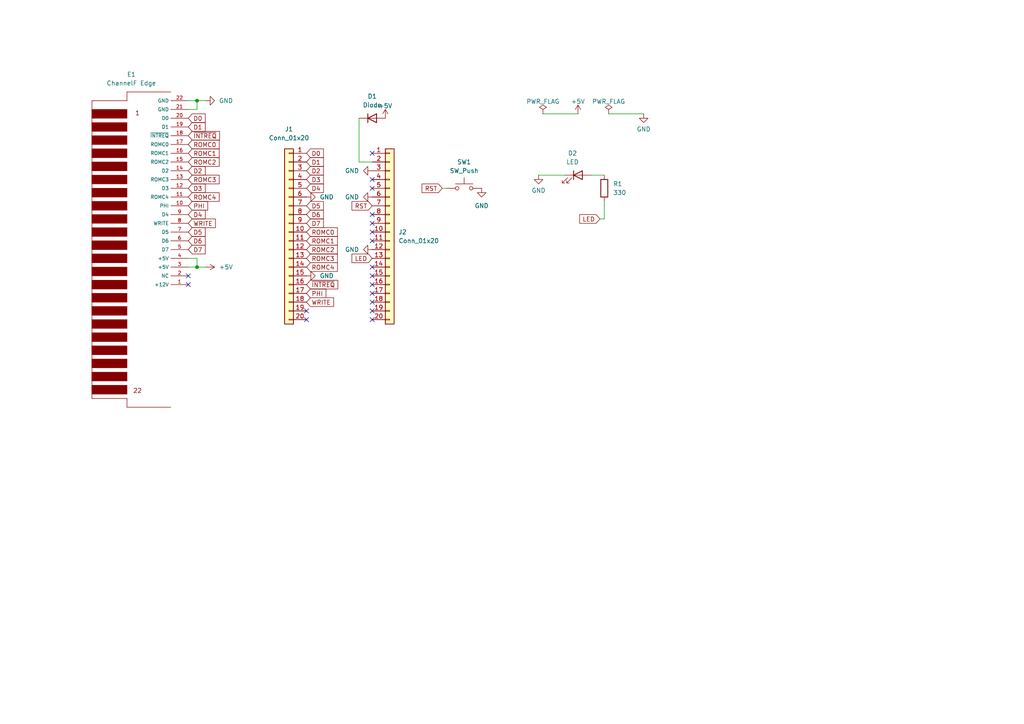
<source format=kicad_sch>
(kicad_sch
	(version 20231120)
	(generator "eeschema")
	(generator_version "8.0")
	(uuid "7523e1a4-da31-49db-a53f-5ad5b67a7cca")
	(paper "A4")
	(title_block
		(title "PiChannelF Mlticart for Channel-F based on purple Pico clone")
		(date "2024-07-09")
		(rev "1")
		(company "Andrea Ottaviani")
	)
	(lib_symbols
		(symbol "ChannelF:E1"
			(exclude_from_sim no)
			(in_bom yes)
			(on_board yes)
			(property "Reference" "E"
				(at -16.256 -7.366 0)
				(effects
					(font
						(size 1.27 1.27)
					)
				)
			)
			(property "Value" "ChannelF Edge"
				(at -20.574 -23.368 0)
				(effects
					(font
						(size 1.27 1.27)
					)
				)
			)
			(property "Footprint" "Library:ChannelF_EDGE"
				(at -12.7 -31.75 0)
				(effects
					(font
						(size 1.27 1.27)
					)
					(hide yes)
				)
			)
			(property "Datasheet" ""
				(at -12.7 -31.75 0)
				(effects
					(font
						(size 1.27 1.27)
					)
					(hide yes)
				)
			)
			(property "Description" ""
				(at -12.7 -31.75 0)
				(effects
					(font
						(size 1.27 1.27)
					)
					(hide yes)
				)
			)
			(symbol "E1_1_0"
				(polyline
					(pts
						(xy -10.16 -44.45) (xy 0 -44.45)
					)
					(stroke
						(width 0)
						(type default)
					)
					(fill
						(type none)
					)
				)
				(polyline
					(pts
						(xy -10.16 41.91) (xy -10.16 -44.45)
					)
					(stroke
						(width 0)
						(type default)
					)
					(fill
						(type none)
					)
				)
				(polyline
					(pts
						(xy 0 -46.99) (xy 12.7 -46.99)
					)
					(stroke
						(width 0)
						(type default)
					)
					(fill
						(type none)
					)
				)
				(polyline
					(pts
						(xy 0 -44.45) (xy 0 -46.99)
					)
					(stroke
						(width 0)
						(type default)
					)
					(fill
						(type none)
					)
				)
				(polyline
					(pts
						(xy 0 41.91) (xy -10.16 41.91)
					)
					(stroke
						(width 0)
						(type default)
					)
					(fill
						(type none)
					)
				)
				(polyline
					(pts
						(xy 0 44.45) (xy 0 41.91)
					)
					(stroke
						(width 0)
						(type default)
					)
					(fill
						(type none)
					)
				)
				(polyline
					(pts
						(xy 12.7 44.45) (xy 0 44.45)
					)
					(stroke
						(width 0)
						(type default)
					)
					(fill
						(type none)
					)
				)
				(text "1"
					(at 3.048 38.354 0)
					(effects
						(font
							(size 1.27 1.27)
						)
					)
				)
				(text "22"
					(at 3.048 -42.164 0)
					(effects
						(font
							(size 1.27 1.27)
						)
					)
				)
			)
			(symbol "E1_1_1"
				(rectangle
					(start -10.16 -43.18)
					(end 0 -40.64)
					(stroke
						(width 0)
						(type default)
					)
					(fill
						(type outline)
					)
				)
				(rectangle
					(start -10.16 -39.37)
					(end 0 -36.83)
					(stroke
						(width 0)
						(type default)
					)
					(fill
						(type outline)
					)
				)
				(rectangle
					(start -10.16 -35.56)
					(end 0 -33.02)
					(stroke
						(width 0)
						(type default)
					)
					(fill
						(type outline)
					)
				)
				(rectangle
					(start -10.16 -31.75)
					(end 0 -29.21)
					(stroke
						(width 0)
						(type default)
					)
					(fill
						(type outline)
					)
				)
				(rectangle
					(start -10.16 -27.94)
					(end 0 -25.4)
					(stroke
						(width 0)
						(type default)
					)
					(fill
						(type outline)
					)
				)
				(rectangle
					(start -10.16 -24.13)
					(end 0 -21.59)
					(stroke
						(width 0)
						(type default)
					)
					(fill
						(type outline)
					)
				)
				(rectangle
					(start -10.16 -20.32)
					(end 0 -17.78)
					(stroke
						(width 0)
						(type default)
					)
					(fill
						(type outline)
					)
				)
				(rectangle
					(start -10.16 -16.51)
					(end 0 -13.97)
					(stroke
						(width 0)
						(type default)
					)
					(fill
						(type outline)
					)
				)
				(rectangle
					(start -10.16 -12.7)
					(end 0 -10.16)
					(stroke
						(width 0)
						(type default)
					)
					(fill
						(type outline)
					)
				)
				(rectangle
					(start -10.16 -8.89)
					(end 0 -6.35)
					(stroke
						(width 0)
						(type default)
					)
					(fill
						(type outline)
					)
				)
				(rectangle
					(start -10.16 -5.08)
					(end 0 -2.54)
					(stroke
						(width 0)
						(type default)
					)
					(fill
						(type outline)
					)
				)
				(rectangle
					(start -10.16 -1.27)
					(end 0 1.27)
					(stroke
						(width 0)
						(type default)
					)
					(fill
						(type outline)
					)
				)
				(rectangle
					(start -10.16 2.54)
					(end 0 5.08)
					(stroke
						(width 0)
						(type default)
					)
					(fill
						(type outline)
					)
				)
				(rectangle
					(start -10.16 6.35)
					(end 0 8.89)
					(stroke
						(width 0)
						(type default)
					)
					(fill
						(type outline)
					)
				)
				(rectangle
					(start -10.16 10.16)
					(end 0 12.7)
					(stroke
						(width 0)
						(type default)
					)
					(fill
						(type outline)
					)
				)
				(rectangle
					(start -10.16 13.97)
					(end 0 16.51)
					(stroke
						(width 0)
						(type default)
					)
					(fill
						(type outline)
					)
				)
				(rectangle
					(start -10.16 17.78)
					(end 0 20.32)
					(stroke
						(width 0)
						(type default)
					)
					(fill
						(type outline)
					)
				)
				(rectangle
					(start -10.16 21.59)
					(end 0 24.13)
					(stroke
						(width 0)
						(type default)
					)
					(fill
						(type outline)
					)
				)
				(rectangle
					(start -10.16 25.4)
					(end 0 27.94)
					(stroke
						(width 0)
						(type default)
					)
					(fill
						(type outline)
					)
				)
				(rectangle
					(start -10.16 29.21)
					(end 0 31.75)
					(stroke
						(width 0)
						(type default)
					)
					(fill
						(type outline)
					)
				)
				(rectangle
					(start -10.16 33.02)
					(end 0 35.56)
					(stroke
						(width 0)
						(type default)
					)
					(fill
						(type outline)
					)
				)
				(rectangle
					(start -10.16 36.83)
					(end 0 39.37)
					(stroke
						(width 0)
						(type default)
					)
					(fill
						(type outline)
					)
				)
				(pin power_in line
					(at 17.78 -11.43 180)
					(length 5.08)
					(name "+12V"
						(effects
							(font
								(size 1.016 1.016)
							)
						)
					)
					(number "1"
						(effects
							(font
								(size 1.016 1.016)
							)
						)
					)
				)
				(pin bidirectional line
					(at 17.78 11.43 180)
					(length 5.08)
					(name "PHI"
						(effects
							(font
								(size 1.016 1.016)
							)
						)
					)
					(number "10"
						(effects
							(font
								(size 1.016 1.016)
							)
						)
					)
				)
				(pin bidirectional line
					(at 17.78 13.97 180)
					(length 5.08)
					(name "ROMC4"
						(effects
							(font
								(size 1.016 1.016)
							)
						)
					)
					(number "11"
						(effects
							(font
								(size 1.016 1.016)
							)
						)
					)
				)
				(pin bidirectional line
					(at 17.78 16.51 180)
					(length 5.08)
					(name "D3"
						(effects
							(font
								(size 1.016 1.016)
							)
						)
					)
					(number "12"
						(effects
							(font
								(size 1.016 1.016)
							)
						)
					)
				)
				(pin bidirectional line
					(at 17.78 19.05 180)
					(length 5.08)
					(name "ROMC3"
						(effects
							(font
								(size 1.016 1.016)
							)
						)
					)
					(number "13"
						(effects
							(font
								(size 1.016 1.016)
							)
						)
					)
				)
				(pin bidirectional line
					(at 17.78 21.59 180)
					(length 5.08)
					(name "D2"
						(effects
							(font
								(size 1.016 1.016)
							)
						)
					)
					(number "14"
						(effects
							(font
								(size 1.016 1.016)
							)
						)
					)
				)
				(pin bidirectional line
					(at 17.78 24.13 180)
					(length 5.08)
					(name "ROMC2"
						(effects
							(font
								(size 1.016 1.016)
							)
						)
					)
					(number "15"
						(effects
							(font
								(size 1.016 1.016)
							)
						)
					)
				)
				(pin bidirectional line
					(at 17.78 26.67 180)
					(length 5.08)
					(name "ROMC1"
						(effects
							(font
								(size 1.016 1.016)
							)
						)
					)
					(number "16"
						(effects
							(font
								(size 1.016 1.016)
							)
						)
					)
				)
				(pin bidirectional line
					(at 17.78 29.21 180)
					(length 5.08)
					(name "ROMC0"
						(effects
							(font
								(size 1.016 1.016)
							)
						)
					)
					(number "17"
						(effects
							(font
								(size 1.016 1.016)
							)
						)
					)
				)
				(pin bidirectional line
					(at 17.78 31.75 180)
					(length 5.08)
					(name "~{INTREQ}"
						(effects
							(font
								(size 1.016 1.016)
							)
						)
					)
					(number "18"
						(effects
							(font
								(size 1.016 1.016)
							)
						)
					)
				)
				(pin bidirectional line
					(at 17.78 34.29 180)
					(length 5.08)
					(name "D1"
						(effects
							(font
								(size 1.016 1.016)
							)
						)
					)
					(number "19"
						(effects
							(font
								(size 1.016 1.016)
							)
						)
					)
				)
				(pin bidirectional line
					(at 17.78 -8.89 180)
					(length 5.08)
					(name "NC"
						(effects
							(font
								(size 1.016 1.016)
							)
						)
					)
					(number "2"
						(effects
							(font
								(size 1.016 1.016)
							)
						)
					)
				)
				(pin bidirectional line
					(at 17.78 36.83 180)
					(length 5.08)
					(name "D0"
						(effects
							(font
								(size 1.016 1.016)
							)
						)
					)
					(number "20"
						(effects
							(font
								(size 1.016 1.016)
							)
						)
					)
				)
				(pin power_in line
					(at 17.78 39.37 180)
					(length 5.08)
					(name "GND"
						(effects
							(font
								(size 1.016 1.016)
							)
						)
					)
					(number "21"
						(effects
							(font
								(size 1.016 1.016)
							)
						)
					)
				)
				(pin power_in line
					(at 17.78 41.91 180)
					(length 5.08)
					(name "GND"
						(effects
							(font
								(size 1.016 1.016)
							)
						)
					)
					(number "22"
						(effects
							(font
								(size 1.016 1.016)
							)
						)
					)
				)
				(pin power_in line
					(at 17.78 -6.35 180)
					(length 5.08)
					(name "+5V"
						(effects
							(font
								(size 1.016 1.016)
							)
						)
					)
					(number "3"
						(effects
							(font
								(size 1.016 1.016)
							)
						)
					)
				)
				(pin power_in line
					(at 17.78 -3.81 180)
					(length 5.08)
					(name "+5V"
						(effects
							(font
								(size 1.016 1.016)
							)
						)
					)
					(number "4"
						(effects
							(font
								(size 1.016 1.016)
							)
						)
					)
				)
				(pin bidirectional line
					(at 17.78 -1.27 180)
					(length 5.08)
					(name "D7"
						(effects
							(font
								(size 1.016 1.016)
							)
						)
					)
					(number "5"
						(effects
							(font
								(size 1.016 1.016)
							)
						)
					)
				)
				(pin bidirectional line
					(at 17.78 1.27 180)
					(length 5.08)
					(name "D6"
						(effects
							(font
								(size 1.016 1.016)
							)
						)
					)
					(number "6"
						(effects
							(font
								(size 1.016 1.016)
							)
						)
					)
				)
				(pin bidirectional line
					(at 17.78 3.81 180)
					(length 5.08)
					(name "D5"
						(effects
							(font
								(size 1.016 1.016)
							)
						)
					)
					(number "7"
						(effects
							(font
								(size 1.016 1.016)
							)
						)
					)
				)
				(pin bidirectional line
					(at 17.78 6.35 180)
					(length 5.08)
					(name "WRITE"
						(effects
							(font
								(size 1.016 1.016)
							)
						)
					)
					(number "8"
						(effects
							(font
								(size 1.016 1.016)
							)
						)
					)
				)
				(pin bidirectional line
					(at 17.78 8.89 180)
					(length 5.08)
					(name "D4"
						(effects
							(font
								(size 1.016 1.016)
							)
						)
					)
					(number "9"
						(effects
							(font
								(size 1.016 1.016)
							)
						)
					)
				)
			)
		)
		(symbol "Connector_Generic:Conn_01x20"
			(pin_names
				(offset 1.016) hide)
			(exclude_from_sim no)
			(in_bom yes)
			(on_board yes)
			(property "Reference" "J"
				(at 0 25.4 0)
				(effects
					(font
						(size 1.27 1.27)
					)
				)
			)
			(property "Value" "Conn_01x20"
				(at 0 -27.94 0)
				(effects
					(font
						(size 1.27 1.27)
					)
				)
			)
			(property "Footprint" ""
				(at 0 0 0)
				(effects
					(font
						(size 1.27 1.27)
					)
					(hide yes)
				)
			)
			(property "Datasheet" "~"
				(at 0 0 0)
				(effects
					(font
						(size 1.27 1.27)
					)
					(hide yes)
				)
			)
			(property "Description" "Generic connector, single row, 01x20, script generated (kicad-library-utils/schlib/autogen/connector/)"
				(at 0 0 0)
				(effects
					(font
						(size 1.27 1.27)
					)
					(hide yes)
				)
			)
			(property "ki_keywords" "connector"
				(at 0 0 0)
				(effects
					(font
						(size 1.27 1.27)
					)
					(hide yes)
				)
			)
			(property "ki_fp_filters" "Connector*:*_1x??_*"
				(at 0 0 0)
				(effects
					(font
						(size 1.27 1.27)
					)
					(hide yes)
				)
			)
			(symbol "Conn_01x20_1_1"
				(rectangle
					(start -1.27 -25.273)
					(end 0 -25.527)
					(stroke
						(width 0.1524)
						(type default)
					)
					(fill
						(type none)
					)
				)
				(rectangle
					(start -1.27 -22.733)
					(end 0 -22.987)
					(stroke
						(width 0.1524)
						(type default)
					)
					(fill
						(type none)
					)
				)
				(rectangle
					(start -1.27 -20.193)
					(end 0 -20.447)
					(stroke
						(width 0.1524)
						(type default)
					)
					(fill
						(type none)
					)
				)
				(rectangle
					(start -1.27 -17.653)
					(end 0 -17.907)
					(stroke
						(width 0.1524)
						(type default)
					)
					(fill
						(type none)
					)
				)
				(rectangle
					(start -1.27 -15.113)
					(end 0 -15.367)
					(stroke
						(width 0.1524)
						(type default)
					)
					(fill
						(type none)
					)
				)
				(rectangle
					(start -1.27 -12.573)
					(end 0 -12.827)
					(stroke
						(width 0.1524)
						(type default)
					)
					(fill
						(type none)
					)
				)
				(rectangle
					(start -1.27 -10.033)
					(end 0 -10.287)
					(stroke
						(width 0.1524)
						(type default)
					)
					(fill
						(type none)
					)
				)
				(rectangle
					(start -1.27 -7.493)
					(end 0 -7.747)
					(stroke
						(width 0.1524)
						(type default)
					)
					(fill
						(type none)
					)
				)
				(rectangle
					(start -1.27 -4.953)
					(end 0 -5.207)
					(stroke
						(width 0.1524)
						(type default)
					)
					(fill
						(type none)
					)
				)
				(rectangle
					(start -1.27 -2.413)
					(end 0 -2.667)
					(stroke
						(width 0.1524)
						(type default)
					)
					(fill
						(type none)
					)
				)
				(rectangle
					(start -1.27 0.127)
					(end 0 -0.127)
					(stroke
						(width 0.1524)
						(type default)
					)
					(fill
						(type none)
					)
				)
				(rectangle
					(start -1.27 2.667)
					(end 0 2.413)
					(stroke
						(width 0.1524)
						(type default)
					)
					(fill
						(type none)
					)
				)
				(rectangle
					(start -1.27 5.207)
					(end 0 4.953)
					(stroke
						(width 0.1524)
						(type default)
					)
					(fill
						(type none)
					)
				)
				(rectangle
					(start -1.27 7.747)
					(end 0 7.493)
					(stroke
						(width 0.1524)
						(type default)
					)
					(fill
						(type none)
					)
				)
				(rectangle
					(start -1.27 10.287)
					(end 0 10.033)
					(stroke
						(width 0.1524)
						(type default)
					)
					(fill
						(type none)
					)
				)
				(rectangle
					(start -1.27 12.827)
					(end 0 12.573)
					(stroke
						(width 0.1524)
						(type default)
					)
					(fill
						(type none)
					)
				)
				(rectangle
					(start -1.27 15.367)
					(end 0 15.113)
					(stroke
						(width 0.1524)
						(type default)
					)
					(fill
						(type none)
					)
				)
				(rectangle
					(start -1.27 17.907)
					(end 0 17.653)
					(stroke
						(width 0.1524)
						(type default)
					)
					(fill
						(type none)
					)
				)
				(rectangle
					(start -1.27 20.447)
					(end 0 20.193)
					(stroke
						(width 0.1524)
						(type default)
					)
					(fill
						(type none)
					)
				)
				(rectangle
					(start -1.27 22.987)
					(end 0 22.733)
					(stroke
						(width 0.1524)
						(type default)
					)
					(fill
						(type none)
					)
				)
				(rectangle
					(start -1.27 24.13)
					(end 1.27 -26.67)
					(stroke
						(width 0.254)
						(type default)
					)
					(fill
						(type background)
					)
				)
				(pin passive line
					(at -5.08 22.86 0)
					(length 3.81)
					(name "Pin_1"
						(effects
							(font
								(size 1.27 1.27)
							)
						)
					)
					(number "1"
						(effects
							(font
								(size 1.27 1.27)
							)
						)
					)
				)
				(pin passive line
					(at -5.08 0 0)
					(length 3.81)
					(name "Pin_10"
						(effects
							(font
								(size 1.27 1.27)
							)
						)
					)
					(number "10"
						(effects
							(font
								(size 1.27 1.27)
							)
						)
					)
				)
				(pin passive line
					(at -5.08 -2.54 0)
					(length 3.81)
					(name "Pin_11"
						(effects
							(font
								(size 1.27 1.27)
							)
						)
					)
					(number "11"
						(effects
							(font
								(size 1.27 1.27)
							)
						)
					)
				)
				(pin passive line
					(at -5.08 -5.08 0)
					(length 3.81)
					(name "Pin_12"
						(effects
							(font
								(size 1.27 1.27)
							)
						)
					)
					(number "12"
						(effects
							(font
								(size 1.27 1.27)
							)
						)
					)
				)
				(pin passive line
					(at -5.08 -7.62 0)
					(length 3.81)
					(name "Pin_13"
						(effects
							(font
								(size 1.27 1.27)
							)
						)
					)
					(number "13"
						(effects
							(font
								(size 1.27 1.27)
							)
						)
					)
				)
				(pin passive line
					(at -5.08 -10.16 0)
					(length 3.81)
					(name "Pin_14"
						(effects
							(font
								(size 1.27 1.27)
							)
						)
					)
					(number "14"
						(effects
							(font
								(size 1.27 1.27)
							)
						)
					)
				)
				(pin passive line
					(at -5.08 -12.7 0)
					(length 3.81)
					(name "Pin_15"
						(effects
							(font
								(size 1.27 1.27)
							)
						)
					)
					(number "15"
						(effects
							(font
								(size 1.27 1.27)
							)
						)
					)
				)
				(pin passive line
					(at -5.08 -15.24 0)
					(length 3.81)
					(name "Pin_16"
						(effects
							(font
								(size 1.27 1.27)
							)
						)
					)
					(number "16"
						(effects
							(font
								(size 1.27 1.27)
							)
						)
					)
				)
				(pin passive line
					(at -5.08 -17.78 0)
					(length 3.81)
					(name "Pin_17"
						(effects
							(font
								(size 1.27 1.27)
							)
						)
					)
					(number "17"
						(effects
							(font
								(size 1.27 1.27)
							)
						)
					)
				)
				(pin passive line
					(at -5.08 -20.32 0)
					(length 3.81)
					(name "Pin_18"
						(effects
							(font
								(size 1.27 1.27)
							)
						)
					)
					(number "18"
						(effects
							(font
								(size 1.27 1.27)
							)
						)
					)
				)
				(pin passive line
					(at -5.08 -22.86 0)
					(length 3.81)
					(name "Pin_19"
						(effects
							(font
								(size 1.27 1.27)
							)
						)
					)
					(number "19"
						(effects
							(font
								(size 1.27 1.27)
							)
						)
					)
				)
				(pin passive line
					(at -5.08 20.32 0)
					(length 3.81)
					(name "Pin_2"
						(effects
							(font
								(size 1.27 1.27)
							)
						)
					)
					(number "2"
						(effects
							(font
								(size 1.27 1.27)
							)
						)
					)
				)
				(pin passive line
					(at -5.08 -25.4 0)
					(length 3.81)
					(name "Pin_20"
						(effects
							(font
								(size 1.27 1.27)
							)
						)
					)
					(number "20"
						(effects
							(font
								(size 1.27 1.27)
							)
						)
					)
				)
				(pin passive line
					(at -5.08 17.78 0)
					(length 3.81)
					(name "Pin_3"
						(effects
							(font
								(size 1.27 1.27)
							)
						)
					)
					(number "3"
						(effects
							(font
								(size 1.27 1.27)
							)
						)
					)
				)
				(pin passive line
					(at -5.08 15.24 0)
					(length 3.81)
					(name "Pin_4"
						(effects
							(font
								(size 1.27 1.27)
							)
						)
					)
					(number "4"
						(effects
							(font
								(size 1.27 1.27)
							)
						)
					)
				)
				(pin passive line
					(at -5.08 12.7 0)
					(length 3.81)
					(name "Pin_5"
						(effects
							(font
								(size 1.27 1.27)
							)
						)
					)
					(number "5"
						(effects
							(font
								(size 1.27 1.27)
							)
						)
					)
				)
				(pin passive line
					(at -5.08 10.16 0)
					(length 3.81)
					(name "Pin_6"
						(effects
							(font
								(size 1.27 1.27)
							)
						)
					)
					(number "6"
						(effects
							(font
								(size 1.27 1.27)
							)
						)
					)
				)
				(pin passive line
					(at -5.08 7.62 0)
					(length 3.81)
					(name "Pin_7"
						(effects
							(font
								(size 1.27 1.27)
							)
						)
					)
					(number "7"
						(effects
							(font
								(size 1.27 1.27)
							)
						)
					)
				)
				(pin passive line
					(at -5.08 5.08 0)
					(length 3.81)
					(name "Pin_8"
						(effects
							(font
								(size 1.27 1.27)
							)
						)
					)
					(number "8"
						(effects
							(font
								(size 1.27 1.27)
							)
						)
					)
				)
				(pin passive line
					(at -5.08 2.54 0)
					(length 3.81)
					(name "Pin_9"
						(effects
							(font
								(size 1.27 1.27)
							)
						)
					)
					(number "9"
						(effects
							(font
								(size 1.27 1.27)
							)
						)
					)
				)
			)
		)
		(symbol "Device:D"
			(pin_numbers hide)
			(pin_names
				(offset 1.016) hide)
			(exclude_from_sim no)
			(in_bom yes)
			(on_board yes)
			(property "Reference" "D"
				(at 0 2.54 0)
				(effects
					(font
						(size 1.27 1.27)
					)
				)
			)
			(property "Value" "D"
				(at 0 -2.54 0)
				(effects
					(font
						(size 1.27 1.27)
					)
				)
			)
			(property "Footprint" ""
				(at 0 0 0)
				(effects
					(font
						(size 1.27 1.27)
					)
					(hide yes)
				)
			)
			(property "Datasheet" "~"
				(at 0 0 0)
				(effects
					(font
						(size 1.27 1.27)
					)
					(hide yes)
				)
			)
			(property "Description" "Diode"
				(at 0 0 0)
				(effects
					(font
						(size 1.27 1.27)
					)
					(hide yes)
				)
			)
			(property "Sim.Device" "D"
				(at 0 0 0)
				(effects
					(font
						(size 1.27 1.27)
					)
					(hide yes)
				)
			)
			(property "Sim.Pins" "1=K 2=A"
				(at 0 0 0)
				(effects
					(font
						(size 1.27 1.27)
					)
					(hide yes)
				)
			)
			(property "ki_keywords" "diode"
				(at 0 0 0)
				(effects
					(font
						(size 1.27 1.27)
					)
					(hide yes)
				)
			)
			(property "ki_fp_filters" "TO-???* *_Diode_* *SingleDiode* D_*"
				(at 0 0 0)
				(effects
					(font
						(size 1.27 1.27)
					)
					(hide yes)
				)
			)
			(symbol "D_0_1"
				(polyline
					(pts
						(xy -1.27 1.27) (xy -1.27 -1.27)
					)
					(stroke
						(width 0.254)
						(type default)
					)
					(fill
						(type none)
					)
				)
				(polyline
					(pts
						(xy 1.27 0) (xy -1.27 0)
					)
					(stroke
						(width 0)
						(type default)
					)
					(fill
						(type none)
					)
				)
				(polyline
					(pts
						(xy 1.27 1.27) (xy 1.27 -1.27) (xy -1.27 0) (xy 1.27 1.27)
					)
					(stroke
						(width 0.254)
						(type default)
					)
					(fill
						(type none)
					)
				)
			)
			(symbol "D_1_1"
				(pin passive line
					(at -3.81 0 0)
					(length 2.54)
					(name "K"
						(effects
							(font
								(size 1.27 1.27)
							)
						)
					)
					(number "1"
						(effects
							(font
								(size 1.27 1.27)
							)
						)
					)
				)
				(pin passive line
					(at 3.81 0 180)
					(length 2.54)
					(name "A"
						(effects
							(font
								(size 1.27 1.27)
							)
						)
					)
					(number "2"
						(effects
							(font
								(size 1.27 1.27)
							)
						)
					)
				)
			)
		)
		(symbol "Device:LED"
			(pin_numbers hide)
			(pin_names
				(offset 1.016) hide)
			(exclude_from_sim no)
			(in_bom yes)
			(on_board yes)
			(property "Reference" "D"
				(at 0 2.54 0)
				(effects
					(font
						(size 1.27 1.27)
					)
				)
			)
			(property "Value" "LED"
				(at 0 -2.54 0)
				(effects
					(font
						(size 1.27 1.27)
					)
				)
			)
			(property "Footprint" ""
				(at 0 0 0)
				(effects
					(font
						(size 1.27 1.27)
					)
					(hide yes)
				)
			)
			(property "Datasheet" "~"
				(at 0 0 0)
				(effects
					(font
						(size 1.27 1.27)
					)
					(hide yes)
				)
			)
			(property "Description" "Light emitting diode"
				(at 0 0 0)
				(effects
					(font
						(size 1.27 1.27)
					)
					(hide yes)
				)
			)
			(property "ki_keywords" "LED diode"
				(at 0 0 0)
				(effects
					(font
						(size 1.27 1.27)
					)
					(hide yes)
				)
			)
			(property "ki_fp_filters" "LED* LED_SMD:* LED_THT:*"
				(at 0 0 0)
				(effects
					(font
						(size 1.27 1.27)
					)
					(hide yes)
				)
			)
			(symbol "LED_0_1"
				(polyline
					(pts
						(xy -1.27 -1.27) (xy -1.27 1.27)
					)
					(stroke
						(width 0.254)
						(type default)
					)
					(fill
						(type none)
					)
				)
				(polyline
					(pts
						(xy -1.27 0) (xy 1.27 0)
					)
					(stroke
						(width 0)
						(type default)
					)
					(fill
						(type none)
					)
				)
				(polyline
					(pts
						(xy 1.27 -1.27) (xy 1.27 1.27) (xy -1.27 0) (xy 1.27 -1.27)
					)
					(stroke
						(width 0.254)
						(type default)
					)
					(fill
						(type none)
					)
				)
				(polyline
					(pts
						(xy -3.048 -0.762) (xy -4.572 -2.286) (xy -3.81 -2.286) (xy -4.572 -2.286) (xy -4.572 -1.524)
					)
					(stroke
						(width 0)
						(type default)
					)
					(fill
						(type none)
					)
				)
				(polyline
					(pts
						(xy -1.778 -0.762) (xy -3.302 -2.286) (xy -2.54 -2.286) (xy -3.302 -2.286) (xy -3.302 -1.524)
					)
					(stroke
						(width 0)
						(type default)
					)
					(fill
						(type none)
					)
				)
			)
			(symbol "LED_1_1"
				(pin passive line
					(at -3.81 0 0)
					(length 2.54)
					(name "K"
						(effects
							(font
								(size 1.27 1.27)
							)
						)
					)
					(number "1"
						(effects
							(font
								(size 1.27 1.27)
							)
						)
					)
				)
				(pin passive line
					(at 3.81 0 180)
					(length 2.54)
					(name "A"
						(effects
							(font
								(size 1.27 1.27)
							)
						)
					)
					(number "2"
						(effects
							(font
								(size 1.27 1.27)
							)
						)
					)
				)
			)
		)
		(symbol "Device:R"
			(pin_numbers hide)
			(pin_names
				(offset 0)
			)
			(exclude_from_sim no)
			(in_bom yes)
			(on_board yes)
			(property "Reference" "R"
				(at 2.032 0 90)
				(effects
					(font
						(size 1.27 1.27)
					)
				)
			)
			(property "Value" "R"
				(at 0 0 90)
				(effects
					(font
						(size 1.27 1.27)
					)
				)
			)
			(property "Footprint" ""
				(at -1.778 0 90)
				(effects
					(font
						(size 1.27 1.27)
					)
					(hide yes)
				)
			)
			(property "Datasheet" "~"
				(at 0 0 0)
				(effects
					(font
						(size 1.27 1.27)
					)
					(hide yes)
				)
			)
			(property "Description" "Resistor"
				(at 0 0 0)
				(effects
					(font
						(size 1.27 1.27)
					)
					(hide yes)
				)
			)
			(property "ki_keywords" "R res resistor"
				(at 0 0 0)
				(effects
					(font
						(size 1.27 1.27)
					)
					(hide yes)
				)
			)
			(property "ki_fp_filters" "R_*"
				(at 0 0 0)
				(effects
					(font
						(size 1.27 1.27)
					)
					(hide yes)
				)
			)
			(symbol "R_0_1"
				(rectangle
					(start -1.016 -2.54)
					(end 1.016 2.54)
					(stroke
						(width 0.254)
						(type default)
					)
					(fill
						(type none)
					)
				)
			)
			(symbol "R_1_1"
				(pin passive line
					(at 0 3.81 270)
					(length 1.27)
					(name "~"
						(effects
							(font
								(size 1.27 1.27)
							)
						)
					)
					(number "1"
						(effects
							(font
								(size 1.27 1.27)
							)
						)
					)
				)
				(pin passive line
					(at 0 -3.81 90)
					(length 1.27)
					(name "~"
						(effects
							(font
								(size 1.27 1.27)
							)
						)
					)
					(number "2"
						(effects
							(font
								(size 1.27 1.27)
							)
						)
					)
				)
			)
		)
		(symbol "Switch:SW_Push"
			(pin_numbers hide)
			(pin_names
				(offset 1.016) hide)
			(exclude_from_sim no)
			(in_bom yes)
			(on_board yes)
			(property "Reference" "SW"
				(at 1.27 2.54 0)
				(effects
					(font
						(size 1.27 1.27)
					)
					(justify left)
				)
			)
			(property "Value" "SW_Push"
				(at 0 -1.524 0)
				(effects
					(font
						(size 1.27 1.27)
					)
				)
			)
			(property "Footprint" ""
				(at 0 5.08 0)
				(effects
					(font
						(size 1.27 1.27)
					)
					(hide yes)
				)
			)
			(property "Datasheet" "~"
				(at 0 5.08 0)
				(effects
					(font
						(size 1.27 1.27)
					)
					(hide yes)
				)
			)
			(property "Description" "Push button switch, generic, two pins"
				(at 0 0 0)
				(effects
					(font
						(size 1.27 1.27)
					)
					(hide yes)
				)
			)
			(property "ki_keywords" "switch normally-open pushbutton push-button"
				(at 0 0 0)
				(effects
					(font
						(size 1.27 1.27)
					)
					(hide yes)
				)
			)
			(symbol "SW_Push_0_1"
				(circle
					(center -2.032 0)
					(radius 0.508)
					(stroke
						(width 0)
						(type default)
					)
					(fill
						(type none)
					)
				)
				(polyline
					(pts
						(xy 0 1.27) (xy 0 3.048)
					)
					(stroke
						(width 0)
						(type default)
					)
					(fill
						(type none)
					)
				)
				(polyline
					(pts
						(xy 2.54 1.27) (xy -2.54 1.27)
					)
					(stroke
						(width 0)
						(type default)
					)
					(fill
						(type none)
					)
				)
				(circle
					(center 2.032 0)
					(radius 0.508)
					(stroke
						(width 0)
						(type default)
					)
					(fill
						(type none)
					)
				)
				(pin passive line
					(at -5.08 0 0)
					(length 2.54)
					(name "1"
						(effects
							(font
								(size 1.27 1.27)
							)
						)
					)
					(number "1"
						(effects
							(font
								(size 1.27 1.27)
							)
						)
					)
				)
				(pin passive line
					(at 5.08 0 180)
					(length 2.54)
					(name "2"
						(effects
							(font
								(size 1.27 1.27)
							)
						)
					)
					(number "2"
						(effects
							(font
								(size 1.27 1.27)
							)
						)
					)
				)
			)
		)
		(symbol "power:+5V"
			(power)
			(pin_numbers hide)
			(pin_names
				(offset 0) hide)
			(exclude_from_sim no)
			(in_bom yes)
			(on_board yes)
			(property "Reference" "#PWR"
				(at 0 -3.81 0)
				(effects
					(font
						(size 1.27 1.27)
					)
					(hide yes)
				)
			)
			(property "Value" "+5V"
				(at 0 3.556 0)
				(effects
					(font
						(size 1.27 1.27)
					)
				)
			)
			(property "Footprint" ""
				(at 0 0 0)
				(effects
					(font
						(size 1.27 1.27)
					)
					(hide yes)
				)
			)
			(property "Datasheet" ""
				(at 0 0 0)
				(effects
					(font
						(size 1.27 1.27)
					)
					(hide yes)
				)
			)
			(property "Description" "Power symbol creates a global label with name \"+5V\""
				(at 0 0 0)
				(effects
					(font
						(size 1.27 1.27)
					)
					(hide yes)
				)
			)
			(property "ki_keywords" "global power"
				(at 0 0 0)
				(effects
					(font
						(size 1.27 1.27)
					)
					(hide yes)
				)
			)
			(symbol "+5V_0_1"
				(polyline
					(pts
						(xy -0.762 1.27) (xy 0 2.54)
					)
					(stroke
						(width 0)
						(type default)
					)
					(fill
						(type none)
					)
				)
				(polyline
					(pts
						(xy 0 0) (xy 0 2.54)
					)
					(stroke
						(width 0)
						(type default)
					)
					(fill
						(type none)
					)
				)
				(polyline
					(pts
						(xy 0 2.54) (xy 0.762 1.27)
					)
					(stroke
						(width 0)
						(type default)
					)
					(fill
						(type none)
					)
				)
			)
			(symbol "+5V_1_1"
				(pin power_in line
					(at 0 0 90)
					(length 0)
					(name "~"
						(effects
							(font
								(size 1.27 1.27)
							)
						)
					)
					(number "1"
						(effects
							(font
								(size 1.27 1.27)
							)
						)
					)
				)
			)
		)
		(symbol "power:GND"
			(power)
			(pin_numbers hide)
			(pin_names
				(offset 0) hide)
			(exclude_from_sim no)
			(in_bom yes)
			(on_board yes)
			(property "Reference" "#PWR"
				(at 0 -6.35 0)
				(effects
					(font
						(size 1.27 1.27)
					)
					(hide yes)
				)
			)
			(property "Value" "GND"
				(at 0 -3.81 0)
				(effects
					(font
						(size 1.27 1.27)
					)
				)
			)
			(property "Footprint" ""
				(at 0 0 0)
				(effects
					(font
						(size 1.27 1.27)
					)
					(hide yes)
				)
			)
			(property "Datasheet" ""
				(at 0 0 0)
				(effects
					(font
						(size 1.27 1.27)
					)
					(hide yes)
				)
			)
			(property "Description" "Power symbol creates a global label with name \"GND\" , ground"
				(at 0 0 0)
				(effects
					(font
						(size 1.27 1.27)
					)
					(hide yes)
				)
			)
			(property "ki_keywords" "global power"
				(at 0 0 0)
				(effects
					(font
						(size 1.27 1.27)
					)
					(hide yes)
				)
			)
			(symbol "GND_0_1"
				(polyline
					(pts
						(xy 0 0) (xy 0 -1.27) (xy 1.27 -1.27) (xy 0 -2.54) (xy -1.27 -1.27) (xy 0 -1.27)
					)
					(stroke
						(width 0)
						(type default)
					)
					(fill
						(type none)
					)
				)
			)
			(symbol "GND_1_1"
				(pin power_in line
					(at 0 0 270)
					(length 0)
					(name "~"
						(effects
							(font
								(size 1.27 1.27)
							)
						)
					)
					(number "1"
						(effects
							(font
								(size 1.27 1.27)
							)
						)
					)
				)
			)
		)
		(symbol "power:PWR_FLAG"
			(power)
			(pin_numbers hide)
			(pin_names
				(offset 0) hide)
			(exclude_from_sim no)
			(in_bom yes)
			(on_board yes)
			(property "Reference" "#FLG"
				(at 0 1.905 0)
				(effects
					(font
						(size 1.27 1.27)
					)
					(hide yes)
				)
			)
			(property "Value" "PWR_FLAG"
				(at 0 3.81 0)
				(effects
					(font
						(size 1.27 1.27)
					)
				)
			)
			(property "Footprint" ""
				(at 0 0 0)
				(effects
					(font
						(size 1.27 1.27)
					)
					(hide yes)
				)
			)
			(property "Datasheet" "~"
				(at 0 0 0)
				(effects
					(font
						(size 1.27 1.27)
					)
					(hide yes)
				)
			)
			(property "Description" "Special symbol for telling ERC where power comes from"
				(at 0 0 0)
				(effects
					(font
						(size 1.27 1.27)
					)
					(hide yes)
				)
			)
			(property "ki_keywords" "flag power"
				(at 0 0 0)
				(effects
					(font
						(size 1.27 1.27)
					)
					(hide yes)
				)
			)
			(symbol "PWR_FLAG_0_0"
				(pin power_out line
					(at 0 0 90)
					(length 0)
					(name "~"
						(effects
							(font
								(size 1.27 1.27)
							)
						)
					)
					(number "1"
						(effects
							(font
								(size 1.27 1.27)
							)
						)
					)
				)
			)
			(symbol "PWR_FLAG_0_1"
				(polyline
					(pts
						(xy 0 0) (xy 0 1.27) (xy -1.016 1.905) (xy 0 2.54) (xy 1.016 1.905) (xy 0 1.27)
					)
					(stroke
						(width 0)
						(type default)
					)
					(fill
						(type none)
					)
				)
			)
		)
	)
	(junction
		(at 57.15 29.21)
		(diameter 0)
		(color 0 0 0 0)
		(uuid "2f73c198-7011-45f6-a21d-3d9bf249316b")
	)
	(junction
		(at 57.15 77.47)
		(diameter 0)
		(color 0 0 0 0)
		(uuid "f52e84cf-54df-4129-b9b9-96f6eccc951a")
	)
	(no_connect
		(at 107.95 90.17)
		(uuid "02dd31e5-2587-4b45-8ee9-d3bfff0330bd")
	)
	(no_connect
		(at 107.95 80.01)
		(uuid "05cf3ca8-240a-45ef-bcbb-9b08a3c77d19")
	)
	(no_connect
		(at 107.95 54.61)
		(uuid "182c1a1a-bbff-403d-a5fc-8c33c1a1f0ba")
	)
	(no_connect
		(at 107.95 67.31)
		(uuid "2386438b-8e77-4ec6-8e36-6f54db1ee439")
	)
	(no_connect
		(at 107.95 82.55)
		(uuid "29137b44-9290-48de-9368-6411408f0600")
	)
	(no_connect
		(at 88.9 92.71)
		(uuid "340e92bf-cdf9-48f1-809a-77cf3ec35e66")
	)
	(no_connect
		(at 107.95 69.85)
		(uuid "5313be0b-fbe0-4f20-9d41-507d351f8d2e")
	)
	(no_connect
		(at 107.95 52.07)
		(uuid "60aea3e6-1964-40e4-b392-b976e58f1841")
	)
	(no_connect
		(at 107.95 92.71)
		(uuid "71786a78-f506-411b-a799-da15ac48e83a")
	)
	(no_connect
		(at 107.95 87.63)
		(uuid "7f9798fd-06a4-49b1-87fb-fefc604d1521")
	)
	(no_connect
		(at 54.61 80.01)
		(uuid "84f8ef86-1469-4b85-b6ef-f2435bed7c3c")
	)
	(no_connect
		(at 54.61 82.55)
		(uuid "8812f905-508e-4d4b-b46a-fbd57a748ac2")
	)
	(no_connect
		(at 107.95 44.45)
		(uuid "8a7842c2-0466-447d-8792-c0992099805d")
	)
	(no_connect
		(at 107.95 77.47)
		(uuid "8ff65748-fa14-4f14-9d3c-77e82d1a1767")
	)
	(no_connect
		(at 107.95 64.77)
		(uuid "a644a236-b0cb-4f3e-97b0-67a1f52a8db4")
	)
	(no_connect
		(at 107.95 85.09)
		(uuid "bca8b0c8-2f6c-4e4b-9f65-4e57d8e13944")
	)
	(no_connect
		(at 88.9 90.17)
		(uuid "bddb7a07-916a-4896-96f1-6a9c6dcbb971")
	)
	(no_connect
		(at 107.95 62.23)
		(uuid "d14d76f4-edbc-4caf-811b-2a24b05fa97d")
	)
	(wire
		(pts
			(xy 54.61 31.75) (xy 57.15 31.75)
		)
		(stroke
			(width 0)
			(type default)
		)
		(uuid "18cebdae-2dd6-4d05-a5ef-e0b3e5399765")
	)
	(wire
		(pts
			(xy 104.14 46.99) (xy 107.95 46.99)
		)
		(stroke
			(width 0)
			(type default)
		)
		(uuid "21a57c41-1f6d-41e6-986e-031ed65e6c8a")
	)
	(wire
		(pts
			(xy 57.15 29.21) (xy 59.69 29.21)
		)
		(stroke
			(width 0)
			(type default)
		)
		(uuid "21d1ecf1-ed7a-4f65-914a-f49eab62e84d")
	)
	(wire
		(pts
			(xy 57.15 77.47) (xy 59.69 77.47)
		)
		(stroke
			(width 0)
			(type default)
		)
		(uuid "2d0bd5a6-6b40-4750-8fca-3689b81155da")
	)
	(wire
		(pts
			(xy 175.26 63.5) (xy 173.99 63.5)
		)
		(stroke
			(width 0)
			(type default)
		)
		(uuid "2e19375e-5705-486b-acb5-f360f9c2611c")
	)
	(wire
		(pts
			(xy 156.21 50.8) (xy 163.83 50.8)
		)
		(stroke
			(width 0)
			(type default)
		)
		(uuid "2fe998be-c97b-4df2-9c09-4545ff843aa3")
	)
	(wire
		(pts
			(xy 57.15 31.75) (xy 57.15 29.21)
		)
		(stroke
			(width 0)
			(type default)
		)
		(uuid "34089167-5c98-4700-80cc-14f3a73fba19")
	)
	(wire
		(pts
			(xy 176.53 33.02) (xy 186.69 33.02)
		)
		(stroke
			(width 0)
			(type default)
		)
		(uuid "3ba5394e-0e8b-4cdc-8c8e-70d1b5e038a7")
	)
	(wire
		(pts
			(xy 54.61 74.93) (xy 57.15 74.93)
		)
		(stroke
			(width 0)
			(type default)
		)
		(uuid "3d09255e-0205-4908-8e6a-cb050330159b")
	)
	(wire
		(pts
			(xy 157.48 33.02) (xy 167.64 33.02)
		)
		(stroke
			(width 0)
			(type default)
		)
		(uuid "3eed35fa-491f-4b22-83f2-8035c9716521")
	)
	(wire
		(pts
			(xy 104.14 34.29) (xy 104.14 46.99)
		)
		(stroke
			(width 0)
			(type default)
		)
		(uuid "4ca2e389-95ea-4208-b0e1-878fd3e6be2b")
	)
	(wire
		(pts
			(xy 128.27 54.61) (xy 129.54 54.61)
		)
		(stroke
			(width 0)
			(type default)
		)
		(uuid "634b9d05-a94b-4030-81b5-da6599a39367")
	)
	(wire
		(pts
			(xy 171.45 50.8) (xy 175.26 50.8)
		)
		(stroke
			(width 0)
			(type default)
		)
		(uuid "b201051c-4725-4add-a05e-c528f6efb56e")
	)
	(wire
		(pts
			(xy 54.61 77.47) (xy 57.15 77.47)
		)
		(stroke
			(width 0)
			(type default)
		)
		(uuid "cec935a4-8d6d-49a7-bb9e-f8b57ae46cdc")
	)
	(wire
		(pts
			(xy 57.15 74.93) (xy 57.15 77.47)
		)
		(stroke
			(width 0)
			(type default)
		)
		(uuid "d31791bf-bb55-4a22-bb9a-30623748c299")
	)
	(wire
		(pts
			(xy 54.61 29.21) (xy 57.15 29.21)
		)
		(stroke
			(width 0)
			(type default)
		)
		(uuid "dc114db8-cdc7-4cc7-bc06-40365a95fde5")
	)
	(wire
		(pts
			(xy 175.26 58.42) (xy 175.26 63.5)
		)
		(stroke
			(width 0)
			(type default)
		)
		(uuid "e0084a74-c0dc-47b5-b2e4-961f47f02c10")
	)
	(global_label "RST"
		(shape input)
		(at 107.95 59.69 180)
		(fields_autoplaced yes)
		(effects
			(font
				(size 1.27 1.27)
			)
			(justify right)
		)
		(uuid "03b5d012-e5b6-4995-b43e-ff4cec40e2b8")
		(property "Intersheetrefs" "${INTERSHEET_REFS}"
			(at 102.1719 59.69 0)
			(effects
				(font
					(size 1.27 1.27)
				)
				(justify right)
				(hide yes)
			)
		)
	)
	(global_label "LED"
		(shape input)
		(at 173.99 63.5 180)
		(fields_autoplaced yes)
		(effects
			(font
				(size 1.27 1.27)
			)
			(justify right)
		)
		(uuid "0887e237-919e-4d26-a479-02a08199616d")
		(property "Intersheetrefs" "${INTERSHEET_REFS}"
			(at 168.2119 63.5 0)
			(effects
				(font
					(size 1.27 1.27)
				)
				(justify right)
				(hide yes)
			)
		)
	)
	(global_label "ROMC3"
		(shape input)
		(at 54.61 52.07 0)
		(fields_autoplaced yes)
		(effects
			(font
				(size 1.27 1.27)
			)
			(justify left)
		)
		(uuid "0c7f1c6a-8232-4a51-8b22-49230614056d")
		(property "Intersheetrefs" "${INTERSHEET_REFS}"
			(at 63.4724 52.07 0)
			(effects
				(font
					(size 1.27 1.27)
				)
				(justify left)
				(hide yes)
			)
		)
	)
	(global_label "D6"
		(shape input)
		(at 54.61 69.85 0)
		(fields_autoplaced yes)
		(effects
			(font
				(size 1.27 1.27)
			)
			(justify left)
		)
		(uuid "15f6225c-36b5-4ff4-94a3-6e33d233c680")
		(property "Intersheetrefs" "${INTERSHEET_REFS}"
			(at 59.4205 69.85 0)
			(effects
				(font
					(size 1.27 1.27)
				)
				(justify left)
				(hide yes)
			)
		)
	)
	(global_label "ROMC1"
		(shape input)
		(at 54.61 44.45 0)
		(fields_autoplaced yes)
		(effects
			(font
				(size 1.27 1.27)
			)
			(justify left)
		)
		(uuid "29d92cc4-1752-4c09-b1a4-240c5cbde31e")
		(property "Intersheetrefs" "${INTERSHEET_REFS}"
			(at 63.4724 44.45 0)
			(effects
				(font
					(size 1.27 1.27)
				)
				(justify left)
				(hide yes)
			)
		)
	)
	(global_label "D0"
		(shape input)
		(at 88.9 44.45 0)
		(fields_autoplaced yes)
		(effects
			(font
				(size 1.27 1.27)
			)
			(justify left)
		)
		(uuid "33c233e9-8a68-4188-83d9-55ff998b9e78")
		(property "Intersheetrefs" "${INTERSHEET_REFS}"
			(at 93.7037 44.3706 0)
			(effects
				(font
					(size 1.27 1.27)
				)
				(justify left)
				(hide yes)
			)
		)
	)
	(global_label "D2"
		(shape input)
		(at 88.9 49.53 0)
		(fields_autoplaced yes)
		(effects
			(font
				(size 1.27 1.27)
			)
			(justify left)
		)
		(uuid "3c61c7b3-5239-46f0-8894-88ddc821a0ff")
		(property "Intersheetrefs" "${INTERSHEET_REFS}"
			(at 93.7037 49.4506 0)
			(effects
				(font
					(size 1.27 1.27)
				)
				(justify left)
				(hide yes)
			)
		)
	)
	(global_label "RST"
		(shape input)
		(at 128.27 54.61 180)
		(fields_autoplaced yes)
		(effects
			(font
				(size 1.27 1.27)
			)
			(justify right)
		)
		(uuid "4953d741-38f6-4563-8099-ca3cb1695a9a")
		(property "Intersheetrefs" "${INTERSHEET_REFS}"
			(at 122.4919 54.61 0)
			(effects
				(font
					(size 1.27 1.27)
				)
				(justify right)
				(hide yes)
			)
		)
	)
	(global_label "WRITE"
		(shape input)
		(at 54.61 64.77 0)
		(fields_autoplaced yes)
		(effects
			(font
				(size 1.27 1.27)
			)
			(justify left)
		)
		(uuid "4ea9c6ed-d4e8-46f4-b248-06d04e4cd460")
		(property "Intersheetrefs" "${INTERSHEET_REFS}"
			(at 62.3838 64.77 0)
			(effects
				(font
					(size 1.27 1.27)
				)
				(justify left)
				(hide yes)
			)
		)
	)
	(global_label "ROMC0"
		(shape input)
		(at 54.61 41.91 0)
		(fields_autoplaced yes)
		(effects
			(font
				(size 1.27 1.27)
			)
			(justify left)
		)
		(uuid "520b2f4b-0853-47ad-a4af-c67848aa04ec")
		(property "Intersheetrefs" "${INTERSHEET_REFS}"
			(at 63.4724 41.91 0)
			(effects
				(font
					(size 1.27 1.27)
				)
				(justify left)
				(hide yes)
			)
		)
	)
	(global_label "D4"
		(shape input)
		(at 54.61 62.23 0)
		(fields_autoplaced yes)
		(effects
			(font
				(size 1.27 1.27)
			)
			(justify left)
		)
		(uuid "5ba2c918-2f68-49ec-b24d-9dc98582b5cb")
		(property "Intersheetrefs" "${INTERSHEET_REFS}"
			(at 59.4205 62.23 0)
			(effects
				(font
					(size 1.27 1.27)
				)
				(justify left)
				(hide yes)
			)
		)
	)
	(global_label "D4"
		(shape input)
		(at 88.9 54.61 0)
		(fields_autoplaced yes)
		(effects
			(font
				(size 1.27 1.27)
			)
			(justify left)
		)
		(uuid "5f56a977-7c45-421a-8890-fe815d8f8731")
		(property "Intersheetrefs" "${INTERSHEET_REFS}"
			(at 93.7037 54.5306 0)
			(effects
				(font
					(size 1.27 1.27)
				)
				(justify left)
				(hide yes)
			)
		)
	)
	(global_label "D2"
		(shape input)
		(at 54.61 49.53 0)
		(fields_autoplaced yes)
		(effects
			(font
				(size 1.27 1.27)
			)
			(justify left)
		)
		(uuid "5f8ef1a0-fd72-418d-b932-23de8ec6cbea")
		(property "Intersheetrefs" "${INTERSHEET_REFS}"
			(at 59.4205 49.53 0)
			(effects
				(font
					(size 1.27 1.27)
				)
				(justify left)
				(hide yes)
			)
		)
	)
	(global_label "D6"
		(shape input)
		(at 88.9 62.23 0)
		(fields_autoplaced yes)
		(effects
			(font
				(size 1.27 1.27)
			)
			(justify left)
		)
		(uuid "65898dc0-2582-4212-b58f-decf356a2ddf")
		(property "Intersheetrefs" "${INTERSHEET_REFS}"
			(at 93.7037 62.1506 0)
			(effects
				(font
					(size 1.27 1.27)
				)
				(justify left)
				(hide yes)
			)
		)
	)
	(global_label "ROMC0"
		(shape input)
		(at 88.9 67.31 0)
		(fields_autoplaced yes)
		(effects
			(font
				(size 1.27 1.27)
			)
			(justify left)
		)
		(uuid "6812ed9f-cbe2-47e1-a606-321301336653")
		(property "Intersheetrefs" "${INTERSHEET_REFS}"
			(at 97.7624 67.31 0)
			(effects
				(font
					(size 1.27 1.27)
				)
				(justify left)
				(hide yes)
			)
		)
	)
	(global_label "ROMC4"
		(shape input)
		(at 88.9 77.47 0)
		(fields_autoplaced yes)
		(effects
			(font
				(size 1.27 1.27)
			)
			(justify left)
		)
		(uuid "74e09f94-f4ff-4980-82ec-fcbdfde3f1d6")
		(property "Intersheetrefs" "${INTERSHEET_REFS}"
			(at 97.7624 77.47 0)
			(effects
				(font
					(size 1.27 1.27)
				)
				(justify left)
				(hide yes)
			)
		)
	)
	(global_label "D1"
		(shape input)
		(at 88.9 46.99 0)
		(fields_autoplaced yes)
		(effects
			(font
				(size 1.27 1.27)
			)
			(justify left)
		)
		(uuid "78a31a1f-0bc5-4fe3-bc24-0e640f95a0cd")
		(property "Intersheetrefs" "${INTERSHEET_REFS}"
			(at 93.7037 46.9106 0)
			(effects
				(font
					(size 1.27 1.27)
				)
				(justify left)
				(hide yes)
			)
		)
	)
	(global_label "ROMC2"
		(shape input)
		(at 88.9 72.39 0)
		(fields_autoplaced yes)
		(effects
			(font
				(size 1.27 1.27)
			)
			(justify left)
		)
		(uuid "7dc8e843-c7b1-4dbb-a5c3-6192f819aec4")
		(property "Intersheetrefs" "${INTERSHEET_REFS}"
			(at 97.7624 72.39 0)
			(effects
				(font
					(size 1.27 1.27)
				)
				(justify left)
				(hide yes)
			)
		)
	)
	(global_label "ROMC3"
		(shape input)
		(at 88.9 74.93 0)
		(fields_autoplaced yes)
		(effects
			(font
				(size 1.27 1.27)
			)
			(justify left)
		)
		(uuid "9d563b84-1ae5-4f86-aa0d-6bfb31d1ebdf")
		(property "Intersheetrefs" "${INTERSHEET_REFS}"
			(at 97.7624 74.93 0)
			(effects
				(font
					(size 1.27 1.27)
				)
				(justify left)
				(hide yes)
			)
		)
	)
	(global_label "D5"
		(shape input)
		(at 54.61 67.31 0)
		(fields_autoplaced yes)
		(effects
			(font
				(size 1.27 1.27)
			)
			(justify left)
		)
		(uuid "aeaef12c-91bb-4740-a443-8c597d06e140")
		(property "Intersheetrefs" "${INTERSHEET_REFS}"
			(at 59.4205 67.31 0)
			(effects
				(font
					(size 1.27 1.27)
				)
				(justify left)
				(hide yes)
			)
		)
	)
	(global_label "D1"
		(shape input)
		(at 54.61 36.83 0)
		(fields_autoplaced yes)
		(effects
			(font
				(size 1.27 1.27)
			)
			(justify left)
		)
		(uuid "b0e32930-484c-4ffd-a89f-8f624df5ed19")
		(property "Intersheetrefs" "${INTERSHEET_REFS}"
			(at 59.4137 36.7506 0)
			(effects
				(font
					(size 1.27 1.27)
				)
				(justify left)
				(hide yes)
			)
		)
	)
	(global_label "D3"
		(shape input)
		(at 88.9 52.07 0)
		(fields_autoplaced yes)
		(effects
			(font
				(size 1.27 1.27)
			)
			(justify left)
		)
		(uuid "b2b3294b-d1ae-404a-8a64-b884e247ac2d")
		(property "Intersheetrefs" "${INTERSHEET_REFS}"
			(at 93.7037 51.9906 0)
			(effects
				(font
					(size 1.27 1.27)
				)
				(justify left)
				(hide yes)
			)
		)
	)
	(global_label "~{INTREQ}"
		(shape input)
		(at 54.61 39.37 0)
		(fields_autoplaced yes)
		(effects
			(font
				(size 1.27 1.27)
			)
			(justify left)
		)
		(uuid "bb54566f-3520-4b85-84a0-c0f354f2fe8c")
		(property "Intersheetrefs" "${INTERSHEET_REFS}"
			(at 63.5934 39.37 0)
			(effects
				(font
					(size 1.27 1.27)
				)
				(justify left)
				(hide yes)
			)
		)
	)
	(global_label "~{INTREQ}"
		(shape input)
		(at 88.9 82.55 0)
		(fields_autoplaced yes)
		(effects
			(font
				(size 1.27 1.27)
			)
			(justify left)
		)
		(uuid "c22245ed-f02f-4508-9487-f3ba0cd78a2d")
		(property "Intersheetrefs" "${INTERSHEET_REFS}"
			(at 97.8834 82.55 0)
			(effects
				(font
					(size 1.27 1.27)
				)
				(justify left)
				(hide yes)
			)
		)
	)
	(global_label "D7"
		(shape input)
		(at 88.9 64.77 0)
		(fields_autoplaced yes)
		(effects
			(font
				(size 1.27 1.27)
			)
			(justify left)
		)
		(uuid "c9fc7a1b-e282-41cf-9959-1b0677972b57")
		(property "Intersheetrefs" "${INTERSHEET_REFS}"
			(at 93.7037 64.6906 0)
			(effects
				(font
					(size 1.27 1.27)
				)
				(justify left)
				(hide yes)
			)
		)
	)
	(global_label "D7"
		(shape input)
		(at 54.61 72.39 0)
		(fields_autoplaced yes)
		(effects
			(font
				(size 1.27 1.27)
			)
			(justify left)
		)
		(uuid "cdf7c4fb-6b4f-4ce2-b713-b4e5f6e1008e")
		(property "Intersheetrefs" "${INTERSHEET_REFS}"
			(at 59.4205 72.39 0)
			(effects
				(font
					(size 1.27 1.27)
				)
				(justify left)
				(hide yes)
			)
		)
	)
	(global_label "PHI"
		(shape input)
		(at 88.9 85.09 0)
		(fields_autoplaced yes)
		(effects
			(font
				(size 1.27 1.27)
			)
			(justify left)
		)
		(uuid "e0450afa-8835-4871-af63-6dca3a9b6b74")
		(property "Intersheetrefs" "${INTERSHEET_REFS}"
			(at 94.4363 85.09 0)
			(effects
				(font
					(size 1.27 1.27)
				)
				(justify left)
				(hide yes)
			)
		)
	)
	(global_label "WRITE"
		(shape input)
		(at 88.9 87.63 0)
		(fields_autoplaced yes)
		(effects
			(font
				(size 1.27 1.27)
			)
			(justify left)
		)
		(uuid "e1a7654e-db32-4fb0-803a-216dac34f253")
		(property "Intersheetrefs" "${INTERSHEET_REFS}"
			(at 96.6738 87.63 0)
			(effects
				(font
					(size 1.27 1.27)
				)
				(justify left)
				(hide yes)
			)
		)
	)
	(global_label "D0"
		(shape input)
		(at 54.61 34.29 0)
		(fields_autoplaced yes)
		(effects
			(font
				(size 1.27 1.27)
			)
			(justify left)
		)
		(uuid "e275b372-0b37-4bc1-95f0-7001c90bea33")
		(property "Intersheetrefs" "${INTERSHEET_REFS}"
			(at 59.4137 34.2106 0)
			(effects
				(font
					(size 1.27 1.27)
				)
				(justify left)
				(hide yes)
			)
		)
	)
	(global_label "LED"
		(shape input)
		(at 107.95 74.93 180)
		(fields_autoplaced yes)
		(effects
			(font
				(size 1.27 1.27)
			)
			(justify right)
		)
		(uuid "f272b3d2-b60a-49d4-b8c9-6ff314caee33")
		(property "Intersheetrefs" "${INTERSHEET_REFS}"
			(at 102.1719 74.93 0)
			(effects
				(font
					(size 1.27 1.27)
				)
				(justify right)
				(hide yes)
			)
		)
	)
	(global_label "ROMC2"
		(shape input)
		(at 54.61 46.99 0)
		(fields_autoplaced yes)
		(effects
			(font
				(size 1.27 1.27)
			)
			(justify left)
		)
		(uuid "f827a42b-5272-4a69-8f9f-404b2fc0909c")
		(property "Intersheetrefs" "${INTERSHEET_REFS}"
			(at 63.4724 46.99 0)
			(effects
				(font
					(size 1.27 1.27)
				)
				(justify left)
				(hide yes)
			)
		)
	)
	(global_label "ROMC1"
		(shape input)
		(at 88.9 69.85 0)
		(fields_autoplaced yes)
		(effects
			(font
				(size 1.27 1.27)
			)
			(justify left)
		)
		(uuid "f82d9f85-dd10-46cf-a5bd-4dee3d0eb834")
		(property "Intersheetrefs" "${INTERSHEET_REFS}"
			(at 97.7624 69.85 0)
			(effects
				(font
					(size 1.27 1.27)
				)
				(justify left)
				(hide yes)
			)
		)
	)
	(global_label "PHI"
		(shape input)
		(at 54.61 59.69 0)
		(fields_autoplaced yes)
		(effects
			(font
				(size 1.27 1.27)
			)
			(justify left)
		)
		(uuid "f876504d-7655-4eb0-96ee-4b5971d54106")
		(property "Intersheetrefs" "${INTERSHEET_REFS}"
			(at 60.1463 59.69 0)
			(effects
				(font
					(size 1.27 1.27)
				)
				(justify left)
				(hide yes)
			)
		)
	)
	(global_label "ROMC4"
		(shape input)
		(at 54.61 57.15 0)
		(fields_autoplaced yes)
		(effects
			(font
				(size 1.27 1.27)
			)
			(justify left)
		)
		(uuid "fcea1a01-7ea6-4ee8-9f21-8c8e9d34fb1a")
		(property "Intersheetrefs" "${INTERSHEET_REFS}"
			(at 63.4724 57.15 0)
			(effects
				(font
					(size 1.27 1.27)
				)
				(justify left)
				(hide yes)
			)
		)
	)
	(global_label "D3"
		(shape input)
		(at 54.61 54.61 0)
		(fields_autoplaced yes)
		(effects
			(font
				(size 1.27 1.27)
			)
			(justify left)
		)
		(uuid "fd22392c-c524-4033-950f-bfe1374f83a7")
		(property "Intersheetrefs" "${INTERSHEET_REFS}"
			(at 59.4205 54.61 0)
			(effects
				(font
					(size 1.27 1.27)
				)
				(justify left)
				(hide yes)
			)
		)
	)
	(global_label "D5"
		(shape input)
		(at 88.9 59.69 0)
		(fields_autoplaced yes)
		(effects
			(font
				(size 1.27 1.27)
			)
			(justify left)
		)
		(uuid "fd9ba639-0544-4acd-a26e-a604b32330ac")
		(property "Intersheetrefs" "${INTERSHEET_REFS}"
			(at 93.7037 59.6106 0)
			(effects
				(font
					(size 1.27 1.27)
				)
				(justify left)
				(hide yes)
			)
		)
	)
	(symbol
		(lib_id "power:GND")
		(at 88.9 80.01 90)
		(unit 1)
		(exclude_from_sim no)
		(in_bom yes)
		(on_board yes)
		(dnp no)
		(fields_autoplaced yes)
		(uuid "126c5c31-535a-4098-a069-e458ef5a443b")
		(property "Reference" "#PWR05"
			(at 95.25 80.01 0)
			(effects
				(font
					(size 1.27 1.27)
				)
				(hide yes)
			)
		)
		(property "Value" "GND"
			(at 92.71 80.0099 90)
			(effects
				(font
					(size 1.27 1.27)
				)
				(justify right)
			)
		)
		(property "Footprint" ""
			(at 88.9 80.01 0)
			(effects
				(font
					(size 1.27 1.27)
				)
				(hide yes)
			)
		)
		(property "Datasheet" ""
			(at 88.9 80.01 0)
			(effects
				(font
					(size 1.27 1.27)
				)
				(hide yes)
			)
		)
		(property "Description" "Power symbol creates a global label with name \"GND\" , ground"
			(at 88.9 80.01 0)
			(effects
				(font
					(size 1.27 1.27)
				)
				(hide yes)
			)
		)
		(pin "1"
			(uuid "e1510075-a606-422e-8eb1-b4d1838e0a51")
		)
		(instances
			(project "PiCOLECO"
				(path "/7523e1a4-da31-49db-a53f-5ad5b67a7cca"
					(reference "#PWR05")
					(unit 1)
				)
			)
		)
	)
	(symbol
		(lib_id "power:PWR_FLAG")
		(at 176.53 33.02 0)
		(unit 1)
		(exclude_from_sim no)
		(in_bom yes)
		(on_board yes)
		(dnp no)
		(fields_autoplaced yes)
		(uuid "1a1add14-e68a-4570-9570-8b1255432778")
		(property "Reference" "#FLG02"
			(at 176.53 31.115 0)
			(effects
				(font
					(size 1.27 1.27)
				)
				(hide yes)
			)
		)
		(property "Value" "PWR_FLAG"
			(at 176.53 29.4442 0)
			(effects
				(font
					(size 1.27 1.27)
				)
			)
		)
		(property "Footprint" ""
			(at 176.53 33.02 0)
			(effects
				(font
					(size 1.27 1.27)
				)
				(hide yes)
			)
		)
		(property "Datasheet" "~"
			(at 176.53 33.02 0)
			(effects
				(font
					(size 1.27 1.27)
				)
				(hide yes)
			)
		)
		(property "Description" "Special symbol for telling ERC where power comes from"
			(at 176.53 33.02 0)
			(effects
				(font
					(size 1.27 1.27)
				)
				(hide yes)
			)
		)
		(pin "1"
			(uuid "80df1ee8-9d82-4d5b-9aa1-c4b1641a2bbe")
		)
		(instances
			(project "PiCOLECO"
				(path "/7523e1a4-da31-49db-a53f-5ad5b67a7cca"
					(reference "#FLG02")
					(unit 1)
				)
			)
		)
	)
	(symbol
		(lib_id "power:+5V")
		(at 59.69 77.47 270)
		(unit 1)
		(exclude_from_sim no)
		(in_bom yes)
		(on_board yes)
		(dnp no)
		(fields_autoplaced yes)
		(uuid "1ee8e375-d338-4687-9d6e-a0decdd10440")
		(property "Reference" "#PWR011"
			(at 55.88 77.47 0)
			(effects
				(font
					(size 1.27 1.27)
				)
				(hide yes)
			)
		)
		(property "Value" "+5V"
			(at 63.5 77.4699 90)
			(effects
				(font
					(size 1.27 1.27)
				)
				(justify left)
			)
		)
		(property "Footprint" ""
			(at 59.69 77.47 0)
			(effects
				(font
					(size 1.27 1.27)
				)
				(hide yes)
			)
		)
		(property "Datasheet" ""
			(at 59.69 77.47 0)
			(effects
				(font
					(size 1.27 1.27)
				)
				(hide yes)
			)
		)
		(property "Description" "Power symbol creates a global label with name \"+5V\""
			(at 59.69 77.47 0)
			(effects
				(font
					(size 1.27 1.27)
				)
				(hide yes)
			)
		)
		(pin "1"
			(uuid "0d5d96ab-3c57-4341-8fb2-d32a5c096fea")
		)
		(instances
			(project "PiChannelF"
				(path "/7523e1a4-da31-49db-a53f-5ad5b67a7cca"
					(reference "#PWR011")
					(unit 1)
				)
			)
		)
	)
	(symbol
		(lib_id "ChannelF:E1")
		(at 36.83 71.12 0)
		(unit 1)
		(exclude_from_sim no)
		(in_bom yes)
		(on_board yes)
		(dnp no)
		(fields_autoplaced yes)
		(uuid "226c8df2-6542-431d-afaa-e609e09b97bc")
		(property "Reference" "E1"
			(at 38.1 21.59 0)
			(effects
				(font
					(size 1.27 1.27)
				)
			)
		)
		(property "Value" "ChannelF Edge"
			(at 38.1 24.13 0)
			(effects
				(font
					(size 1.27 1.27)
				)
			)
		)
		(property "Footprint" "Library:ChannelF_EDGE"
			(at 24.13 102.87 0)
			(effects
				(font
					(size 1.27 1.27)
				)
				(hide yes)
			)
		)
		(property "Datasheet" ""
			(at 24.13 102.87 0)
			(effects
				(font
					(size 1.27 1.27)
				)
				(hide yes)
			)
		)
		(property "Description" ""
			(at 24.13 102.87 0)
			(effects
				(font
					(size 1.27 1.27)
				)
				(hide yes)
			)
		)
		(pin "16"
			(uuid "447b061e-7bf6-4fb5-933c-f31dc7e8134a")
		)
		(pin "18"
			(uuid "51483930-f9c3-498d-b02d-5e9756ba44f5")
		)
		(pin "17"
			(uuid "af2674d2-9318-44e5-9e21-72717658978a")
		)
		(pin "20"
			(uuid "a23258bd-85e7-48b1-9854-3d61ff144513")
		)
		(pin "4"
			(uuid "7cf138e2-3d78-4fc1-a361-cfad6662ecc4")
		)
		(pin "5"
			(uuid "fdbae6fe-5a33-4d56-be7a-825a31d5945a")
		)
		(pin "13"
			(uuid "18e026e5-c494-4782-ab85-7829feef4730")
		)
		(pin "7"
			(uuid "5c31e695-32a9-42d9-887d-c2e6ed8f8ff5")
		)
		(pin "2"
			(uuid "a44e896f-4919-48f9-bdd0-9489d91eed2c")
		)
		(pin "1"
			(uuid "773238a9-d872-44fe-b4ea-6cbb47288b43")
		)
		(pin "21"
			(uuid "d898855b-b233-477c-b093-d42d6f053efb")
		)
		(pin "11"
			(uuid "f4e9c29d-094a-4730-a3ef-a5f0c4325fd4")
		)
		(pin "8"
			(uuid "c12e480f-0aa6-4701-a5e2-a64c7eed357e")
		)
		(pin "15"
			(uuid "1661202d-7868-425a-a623-598d49d1dee9")
		)
		(pin "22"
			(uuid "88aa1c8f-e779-4fed-935a-8d7eec39c5cb")
		)
		(pin "6"
			(uuid "e67c0e29-8a36-438a-8be2-d62f88189373")
		)
		(pin "10"
			(uuid "5010009c-30e0-45b0-a6ed-fd5823d6115f")
		)
		(pin "12"
			(uuid "30cc34b8-f08a-4f0f-8b0a-044483176837")
		)
		(pin "14"
			(uuid "3b0c967b-22b8-46dd-9928-ac6480fc3505")
		)
		(pin "9"
			(uuid "80387187-34ff-4e78-98ca-e6b194dca21d")
		)
		(pin "3"
			(uuid "7f199902-daff-4e40-ae05-36f0dd35fab0")
		)
		(pin "19"
			(uuid "32e412ce-621d-44d7-be6c-6d91b59be811")
		)
		(instances
			(project ""
				(path "/7523e1a4-da31-49db-a53f-5ad5b67a7cca"
					(reference "E1")
					(unit 1)
				)
			)
		)
	)
	(symbol
		(lib_id "power:GND")
		(at 59.69 29.21 90)
		(unit 1)
		(exclude_from_sim no)
		(in_bom yes)
		(on_board yes)
		(dnp no)
		(fields_autoplaced yes)
		(uuid "31770c9b-ace2-4979-b686-e28bace2fbae")
		(property "Reference" "#PWR012"
			(at 66.04 29.21 0)
			(effects
				(font
					(size 1.27 1.27)
				)
				(hide yes)
			)
		)
		(property "Value" "GND"
			(at 63.5 29.2099 90)
			(effects
				(font
					(size 1.27 1.27)
				)
				(justify right)
			)
		)
		(property "Footprint" ""
			(at 59.69 29.21 0)
			(effects
				(font
					(size 1.27 1.27)
				)
				(hide yes)
			)
		)
		(property "Datasheet" ""
			(at 59.69 29.21 0)
			(effects
				(font
					(size 1.27 1.27)
				)
				(hide yes)
			)
		)
		(property "Description" "Power symbol creates a global label with name \"GND\" , ground"
			(at 59.69 29.21 0)
			(effects
				(font
					(size 1.27 1.27)
				)
				(hide yes)
			)
		)
		(pin "1"
			(uuid "e89a46fe-f92a-4219-82ff-3c68fd215760")
		)
		(instances
			(project "PiChannelF"
				(path "/7523e1a4-da31-49db-a53f-5ad5b67a7cca"
					(reference "#PWR012")
					(unit 1)
				)
			)
		)
	)
	(symbol
		(lib_id "Device:R")
		(at 175.26 54.61 0)
		(unit 1)
		(exclude_from_sim no)
		(in_bom yes)
		(on_board yes)
		(dnp no)
		(fields_autoplaced yes)
		(uuid "321be29e-b3bf-4e9e-8b40-5b5932430ce3")
		(property "Reference" "R1"
			(at 177.8 53.3399 0)
			(effects
				(font
					(size 1.27 1.27)
				)
				(justify left)
			)
		)
		(property "Value" "330"
			(at 177.8 55.8799 0)
			(effects
				(font
					(size 1.27 1.27)
				)
				(justify left)
			)
		)
		(property "Footprint" "Resistor_THT:R_Axial_DIN0207_L6.3mm_D2.5mm_P7.62mm_Horizontal"
			(at 173.482 54.61 90)
			(effects
				(font
					(size 1.27 1.27)
				)
				(hide yes)
			)
		)
		(property "Datasheet" "~"
			(at 175.26 54.61 0)
			(effects
				(font
					(size 1.27 1.27)
				)
				(hide yes)
			)
		)
		(property "Description" "Resistor"
			(at 175.26 54.61 0)
			(effects
				(font
					(size 1.27 1.27)
				)
				(hide yes)
			)
		)
		(pin "2"
			(uuid "efdbdfdd-6371-4410-a9b3-a97b771b461f")
		)
		(pin "1"
			(uuid "ee57c12e-0363-415e-8da1-591dd8e097bd")
		)
		(instances
			(project ""
				(path "/7523e1a4-da31-49db-a53f-5ad5b67a7cca"
					(reference "R1")
					(unit 1)
				)
			)
		)
	)
	(symbol
		(lib_id "power:GND")
		(at 139.7 54.61 0)
		(unit 1)
		(exclude_from_sim no)
		(in_bom yes)
		(on_board yes)
		(dnp no)
		(fields_autoplaced yes)
		(uuid "64e38633-21a5-47b9-87f7-a5c64229d54d")
		(property "Reference" "#PWR09"
			(at 139.7 60.96 0)
			(effects
				(font
					(size 1.27 1.27)
				)
				(hide yes)
			)
		)
		(property "Value" "GND"
			(at 139.7 59.69 0)
			(effects
				(font
					(size 1.27 1.27)
				)
			)
		)
		(property "Footprint" ""
			(at 139.7 54.61 0)
			(effects
				(font
					(size 1.27 1.27)
				)
				(hide yes)
			)
		)
		(property "Datasheet" ""
			(at 139.7 54.61 0)
			(effects
				(font
					(size 1.27 1.27)
				)
				(hide yes)
			)
		)
		(property "Description" "Power symbol creates a global label with name \"GND\" , ground"
			(at 139.7 54.61 0)
			(effects
				(font
					(size 1.27 1.27)
				)
				(hide yes)
			)
		)
		(pin "1"
			(uuid "831aef29-4b5e-4f21-935c-e003c9d35fc5")
		)
		(instances
			(project "PiCOLECO"
				(path "/7523e1a4-da31-49db-a53f-5ad5b67a7cca"
					(reference "#PWR09")
					(unit 1)
				)
			)
		)
	)
	(symbol
		(lib_id "power:GND")
		(at 186.69 33.02 0)
		(unit 1)
		(exclude_from_sim no)
		(in_bom yes)
		(on_board yes)
		(dnp no)
		(uuid "69f5da08-fd1c-434e-9e95-945b8768d4a2")
		(property "Reference" "#PWR010"
			(at 186.69 39.37 0)
			(effects
				(font
					(size 1.27 1.27)
				)
				(hide yes)
			)
		)
		(property "Value" "GND"
			(at 186.69 37.4634 0)
			(effects
				(font
					(size 1.27 1.27)
				)
			)
		)
		(property "Footprint" ""
			(at 186.69 33.02 0)
			(effects
				(font
					(size 1.27 1.27)
				)
				(hide yes)
			)
		)
		(property "Datasheet" ""
			(at 186.69 33.02 0)
			(effects
				(font
					(size 1.27 1.27)
				)
				(hide yes)
			)
		)
		(property "Description" "Power symbol creates a global label with name \"GND\" , ground"
			(at 186.69 33.02 0)
			(effects
				(font
					(size 1.27 1.27)
				)
				(hide yes)
			)
		)
		(pin "1"
			(uuid "4b78bfd6-700f-4d28-9615-288fbb45a726")
		)
		(instances
			(project "PiCOLECO"
				(path "/7523e1a4-da31-49db-a53f-5ad5b67a7cca"
					(reference "#PWR010")
					(unit 1)
				)
			)
		)
	)
	(symbol
		(lib_id "power:GND")
		(at 107.95 49.53 270)
		(unit 1)
		(exclude_from_sim no)
		(in_bom yes)
		(on_board yes)
		(dnp no)
		(fields_autoplaced yes)
		(uuid "6bd4621d-3a1f-4027-b6ea-d86f1894d2f4")
		(property "Reference" "#PWR06"
			(at 101.6 49.53 0)
			(effects
				(font
					(size 1.27 1.27)
				)
				(hide yes)
			)
		)
		(property "Value" "GND"
			(at 104.14 49.5299 90)
			(effects
				(font
					(size 1.27 1.27)
				)
				(justify right)
			)
		)
		(property "Footprint" ""
			(at 107.95 49.53 0)
			(effects
				(font
					(size 1.27 1.27)
				)
				(hide yes)
			)
		)
		(property "Datasheet" ""
			(at 107.95 49.53 0)
			(effects
				(font
					(size 1.27 1.27)
				)
				(hide yes)
			)
		)
		(property "Description" "Power symbol creates a global label with name \"GND\" , ground"
			(at 107.95 49.53 0)
			(effects
				(font
					(size 1.27 1.27)
				)
				(hide yes)
			)
		)
		(pin "1"
			(uuid "06f7a939-d0f7-44a1-8459-149967dd72ec")
		)
		(instances
			(project "PiCOLECO"
				(path "/7523e1a4-da31-49db-a53f-5ad5b67a7cca"
					(reference "#PWR06")
					(unit 1)
				)
			)
		)
	)
	(symbol
		(lib_id "power:GND")
		(at 107.95 57.15 270)
		(unit 1)
		(exclude_from_sim no)
		(in_bom yes)
		(on_board yes)
		(dnp no)
		(fields_autoplaced yes)
		(uuid "6c18104f-6cc5-4d85-a6f0-25c42a71d1d0")
		(property "Reference" "#PWR07"
			(at 101.6 57.15 0)
			(effects
				(font
					(size 1.27 1.27)
				)
				(hide yes)
			)
		)
		(property "Value" "GND"
			(at 104.14 57.1499 90)
			(effects
				(font
					(size 1.27 1.27)
				)
				(justify right)
			)
		)
		(property "Footprint" ""
			(at 107.95 57.15 0)
			(effects
				(font
					(size 1.27 1.27)
				)
				(hide yes)
			)
		)
		(property "Datasheet" ""
			(at 107.95 57.15 0)
			(effects
				(font
					(size 1.27 1.27)
				)
				(hide yes)
			)
		)
		(property "Description" "Power symbol creates a global label with name \"GND\" , ground"
			(at 107.95 57.15 0)
			(effects
				(font
					(size 1.27 1.27)
				)
				(hide yes)
			)
		)
		(pin "1"
			(uuid "3be31d37-aa9c-4917-a7ed-4d5048179c08")
		)
		(instances
			(project "PiCOLECO"
				(path "/7523e1a4-da31-49db-a53f-5ad5b67a7cca"
					(reference "#PWR07")
					(unit 1)
				)
			)
		)
	)
	(symbol
		(lib_id "Device:LED")
		(at 167.64 50.8 0)
		(unit 1)
		(exclude_from_sim no)
		(in_bom yes)
		(on_board yes)
		(dnp no)
		(fields_autoplaced yes)
		(uuid "6c32fac1-e3de-4184-9bc3-9f28bebf32a3")
		(property "Reference" "D2"
			(at 166.0525 44.45 0)
			(effects
				(font
					(size 1.27 1.27)
				)
			)
		)
		(property "Value" "LED"
			(at 166.0525 46.99 0)
			(effects
				(font
					(size 1.27 1.27)
				)
			)
		)
		(property "Footprint" "LED_THT:LED_D3.0mm"
			(at 167.64 50.8 0)
			(effects
				(font
					(size 1.27 1.27)
				)
				(hide yes)
			)
		)
		(property "Datasheet" "~"
			(at 167.64 50.8 0)
			(effects
				(font
					(size 1.27 1.27)
				)
				(hide yes)
			)
		)
		(property "Description" "Light emitting diode"
			(at 167.64 50.8 0)
			(effects
				(font
					(size 1.27 1.27)
				)
				(hide yes)
			)
		)
		(pin "1"
			(uuid "259e3407-eb7d-44ba-8dac-5b4d60802e99")
		)
		(pin "2"
			(uuid "f045868d-b94b-4631-a818-a2f14a515620")
		)
		(instances
			(project ""
				(path "/7523e1a4-da31-49db-a53f-5ad5b67a7cca"
					(reference "D2")
					(unit 1)
				)
			)
		)
	)
	(symbol
		(lib_id "Switch:SW_Push")
		(at 134.62 54.61 0)
		(unit 1)
		(exclude_from_sim no)
		(in_bom yes)
		(on_board yes)
		(dnp no)
		(fields_autoplaced yes)
		(uuid "71f142d6-d94c-4ba9-a680-8081368fc9b5")
		(property "Reference" "SW1"
			(at 134.62 46.99 0)
			(effects
				(font
					(size 1.27 1.27)
				)
			)
		)
		(property "Value" "SW_Push"
			(at 134.62 49.53 0)
			(effects
				(font
					(size 1.27 1.27)
				)
			)
		)
		(property "Footprint" "Button_Switch_THT:SW_Tactile_SPST_Angled_PTS645Vx58-2LFS"
			(at 134.62 49.53 0)
			(effects
				(font
					(size 1.27 1.27)
				)
				(hide yes)
			)
		)
		(property "Datasheet" "~"
			(at 134.62 49.53 0)
			(effects
				(font
					(size 1.27 1.27)
				)
				(hide yes)
			)
		)
		(property "Description" "Push button switch, generic, two pins"
			(at 134.62 54.61 0)
			(effects
				(font
					(size 1.27 1.27)
				)
				(hide yes)
			)
		)
		(pin "2"
			(uuid "046d9bdd-6864-4c6e-8a5a-707e5998f66a")
		)
		(pin "1"
			(uuid "86122635-a6aa-4c01-a3ea-e743b55de6de")
		)
		(instances
			(project "PiCOLECO"
				(path "/7523e1a4-da31-49db-a53f-5ad5b67a7cca"
					(reference "SW1")
					(unit 1)
				)
			)
		)
	)
	(symbol
		(lib_id "Connector_Generic:Conn_01x20")
		(at 113.03 67.31 0)
		(unit 1)
		(exclude_from_sim no)
		(in_bom yes)
		(on_board yes)
		(dnp no)
		(fields_autoplaced yes)
		(uuid "7f47a5c7-ef18-47be-9480-939bb8afd1ef")
		(property "Reference" "J2"
			(at 115.57 67.3099 0)
			(effects
				(font
					(size 1.27 1.27)
				)
				(justify left)
			)
		)
		(property "Value" "Conn_01x20"
			(at 115.57 69.8499 0)
			(effects
				(font
					(size 1.27 1.27)
				)
				(justify left)
			)
		)
		(property "Footprint" "Connector_PinSocket_2.54mm:PinSocket_1x20_P2.54mm_Vertical"
			(at 113.03 67.31 0)
			(effects
				(font
					(size 1.27 1.27)
				)
				(hide yes)
			)
		)
		(property "Datasheet" "~"
			(at 113.03 67.31 0)
			(effects
				(font
					(size 1.27 1.27)
				)
				(hide yes)
			)
		)
		(property "Description" ""
			(at 113.03 67.31 0)
			(effects
				(font
					(size 1.27 1.27)
				)
				(hide yes)
			)
		)
		(pin "1"
			(uuid "5334fc65-39af-48b8-aa03-eb84af5128f4")
		)
		(pin "10"
			(uuid "4d47ffb7-d20c-4876-8080-56e42e8e09ce")
		)
		(pin "11"
			(uuid "f4e1fa4e-70d9-4a85-801c-30c9a213c281")
		)
		(pin "12"
			(uuid "b4663a1f-24dd-47ae-821e-6bd54f62fa95")
		)
		(pin "13"
			(uuid "2b523cbe-f60e-4868-a7d0-cac75cebc93d")
		)
		(pin "14"
			(uuid "3f4a5dd1-029d-4ea9-93d4-d2a8c0c43559")
		)
		(pin "15"
			(uuid "bc0f8557-670f-4883-89c3-d64edcff9e60")
		)
		(pin "16"
			(uuid "ce0683ae-cb3a-4fc7-8e2e-4ad78b4c46f4")
		)
		(pin "17"
			(uuid "0da170c7-f3da-4bc3-ac69-0b537923c2d4")
		)
		(pin "18"
			(uuid "7d053301-f8c4-448c-ba28-d1b21b1f7a3a")
		)
		(pin "19"
			(uuid "534c63e0-b021-4cbe-87d8-d987f5837e8a")
		)
		(pin "2"
			(uuid "be9e0267-ea94-496b-a279-e2e8e4d6b50c")
		)
		(pin "20"
			(uuid "b32d5c12-eba4-4a88-975d-1a5c85c0cf71")
		)
		(pin "3"
			(uuid "03f06e90-8ecc-4f15-bd61-31020635e7c4")
		)
		(pin "4"
			(uuid "86ad909c-63f1-46db-9cb0-0bed85e96100")
		)
		(pin "5"
			(uuid "dea7c346-cc7d-4035-807d-21fbd4c1a612")
		)
		(pin "6"
			(uuid "40090513-a5e1-4109-a493-672c0e39cd81")
		)
		(pin "7"
			(uuid "54e83ab5-a02e-48fb-bc8b-9bf305d1b30b")
		)
		(pin "8"
			(uuid "2cd4e0f8-a0b9-4c94-8fe3-e285845931c1")
		)
		(pin "9"
			(uuid "4c78d173-b0e3-420c-9798-26633c6409d8")
		)
		(instances
			(project "PiCOLECO"
				(path "/7523e1a4-da31-49db-a53f-5ad5b67a7cca"
					(reference "J2")
					(unit 1)
				)
			)
		)
	)
	(symbol
		(lib_id "power:PWR_FLAG")
		(at 157.48 33.02 0)
		(unit 1)
		(exclude_from_sim no)
		(in_bom yes)
		(on_board yes)
		(dnp no)
		(fields_autoplaced yes)
		(uuid "84aa04ed-2c2a-4735-8327-2cf3c81cfff9")
		(property "Reference" "#FLG01"
			(at 157.48 31.115 0)
			(effects
				(font
					(size 1.27 1.27)
				)
				(hide yes)
			)
		)
		(property "Value" "PWR_FLAG"
			(at 157.48 29.4442 0)
			(effects
				(font
					(size 1.27 1.27)
				)
			)
		)
		(property "Footprint" ""
			(at 157.48 33.02 0)
			(effects
				(font
					(size 1.27 1.27)
				)
				(hide yes)
			)
		)
		(property "Datasheet" "~"
			(at 157.48 33.02 0)
			(effects
				(font
					(size 1.27 1.27)
				)
				(hide yes)
			)
		)
		(property "Description" "Special symbol for telling ERC where power comes from"
			(at 157.48 33.02 0)
			(effects
				(font
					(size 1.27 1.27)
				)
				(hide yes)
			)
		)
		(pin "1"
			(uuid "10ef0db3-86c0-4a83-8464-eec3da456f3e")
		)
		(instances
			(project "PiCOLECO"
				(path "/7523e1a4-da31-49db-a53f-5ad5b67a7cca"
					(reference "#FLG01")
					(unit 1)
				)
			)
		)
	)
	(symbol
		(lib_id "Connector_Generic:Conn_01x20")
		(at 83.82 67.31 0)
		(mirror y)
		(unit 1)
		(exclude_from_sim no)
		(in_bom yes)
		(on_board yes)
		(dnp no)
		(fields_autoplaced yes)
		(uuid "92f1eea4-f7dd-4c92-86fe-a029b6d53593")
		(property "Reference" "J1"
			(at 83.82 37.465 0)
			(effects
				(font
					(size 1.27 1.27)
				)
			)
		)
		(property "Value" "Conn_01x20"
			(at 83.82 40.005 0)
			(effects
				(font
					(size 1.27 1.27)
				)
			)
		)
		(property "Footprint" "Connector_PinSocket_2.54mm:PinSocket_1x20_P2.54mm_Vertical"
			(at 83.82 67.31 0)
			(effects
				(font
					(size 1.27 1.27)
				)
				(hide yes)
			)
		)
		(property "Datasheet" "~"
			(at 83.82 67.31 0)
			(effects
				(font
					(size 1.27 1.27)
				)
				(hide yes)
			)
		)
		(property "Description" ""
			(at 83.82 67.31 0)
			(effects
				(font
					(size 1.27 1.27)
				)
				(hide yes)
			)
		)
		(pin "1"
			(uuid "09a3ec1e-6f24-4358-a055-fbd2d2d92c95")
		)
		(pin "10"
			(uuid "6b7977e4-2ed5-4772-b8ff-be11943166e1")
		)
		(pin "11"
			(uuid "d34141a6-87c4-42ca-acdc-80df6a4df062")
		)
		(pin "12"
			(uuid "48b5a2aa-469c-40af-9839-892feb1e326a")
		)
		(pin "13"
			(uuid "b88359cf-0fe3-4143-a90c-e35887762eda")
		)
		(pin "14"
			(uuid "bb28271e-4d1d-470e-b873-19ef30015200")
		)
		(pin "15"
			(uuid "ef4e9d89-69fc-4869-9078-b568199cb0dd")
		)
		(pin "16"
			(uuid "a1f9dffc-f31a-4c1e-b2d7-edce973ce95b")
		)
		(pin "17"
			(uuid "0f192781-4654-4edb-919f-bb757d0afd6b")
		)
		(pin "18"
			(uuid "635e9ccf-3a5c-424b-8e50-cafe252dcb04")
		)
		(pin "19"
			(uuid "22a5f11e-0d52-4d40-bc42-bac765948d39")
		)
		(pin "2"
			(uuid "27d3b3b1-cf2b-4a30-8a27-e12025cd778e")
		)
		(pin "20"
			(uuid "d46007dd-c941-4281-9028-ef7373a4f5f9")
		)
		(pin "3"
			(uuid "5c4dfbee-af94-42d9-b536-bad5be516a03")
		)
		(pin "4"
			(uuid "7ebb9425-876d-4be5-80c8-8271b06a80a5")
		)
		(pin "5"
			(uuid "2d241576-9ebe-4696-9719-7ee11a3706cf")
		)
		(pin "6"
			(uuid "861a6ead-56db-45f1-bc5e-cb84c80e018c")
		)
		(pin "7"
			(uuid "ee325d71-a4db-4159-9846-9d5b5e535327")
		)
		(pin "8"
			(uuid "1e124578-a0f1-41d3-9c2e-96d790ebe567")
		)
		(pin "9"
			(uuid "6bb61e37-508d-443c-adf1-951ee0c4cdf5")
		)
		(instances
			(project "PiCOLECO"
				(path "/7523e1a4-da31-49db-a53f-5ad5b67a7cca"
					(reference "J1")
					(unit 1)
				)
			)
		)
	)
	(symbol
		(lib_id "power:GND")
		(at 107.95 72.39 270)
		(unit 1)
		(exclude_from_sim no)
		(in_bom yes)
		(on_board yes)
		(dnp no)
		(fields_autoplaced yes)
		(uuid "92fc8c8b-e1af-4d0d-93ba-edebb7bc4a2b")
		(property "Reference" "#PWR08"
			(at 101.6 72.39 0)
			(effects
				(font
					(size 1.27 1.27)
				)
				(hide yes)
			)
		)
		(property "Value" "GND"
			(at 104.14 72.3899 90)
			(effects
				(font
					(size 1.27 1.27)
				)
				(justify right)
			)
		)
		(property "Footprint" ""
			(at 107.95 72.39 0)
			(effects
				(font
					(size 1.27 1.27)
				)
				(hide yes)
			)
		)
		(property "Datasheet" ""
			(at 107.95 72.39 0)
			(effects
				(font
					(size 1.27 1.27)
				)
				(hide yes)
			)
		)
		(property "Description" "Power symbol creates a global label with name \"GND\" , ground"
			(at 107.95 72.39 0)
			(effects
				(font
					(size 1.27 1.27)
				)
				(hide yes)
			)
		)
		(pin "1"
			(uuid "cb53337b-3200-4142-9c62-82fcfde94ac5")
		)
		(instances
			(project "PiCOLECO"
				(path "/7523e1a4-da31-49db-a53f-5ad5b67a7cca"
					(reference "#PWR08")
					(unit 1)
				)
			)
		)
	)
	(symbol
		(lib_id "Device:D")
		(at 107.95 34.29 0)
		(unit 1)
		(exclude_from_sim no)
		(in_bom yes)
		(on_board yes)
		(dnp no)
		(fields_autoplaced yes)
		(uuid "a6145eac-1c8a-4a0a-84ed-12da94504197")
		(property "Reference" "D1"
			(at 107.95 27.94 0)
			(effects
				(font
					(size 1.27 1.27)
				)
			)
		)
		(property "Value" "Diode"
			(at 107.95 30.48 0)
			(effects
				(font
					(size 1.27 1.27)
				)
			)
		)
		(property "Footprint" "Diode_THT:D_DO-35_SOD27_P7.62mm_Horizontal"
			(at 107.95 34.29 0)
			(effects
				(font
					(size 1.27 1.27)
				)
				(hide yes)
			)
		)
		(property "Datasheet" "~"
			(at 107.95 34.29 0)
			(effects
				(font
					(size 1.27 1.27)
				)
				(hide yes)
			)
		)
		(property "Description" "Diode"
			(at 107.95 34.29 0)
			(effects
				(font
					(size 1.27 1.27)
				)
				(hide yes)
			)
		)
		(property "Sim.Device" "D"
			(at 107.95 34.29 0)
			(effects
				(font
					(size 1.27 1.27)
				)
				(hide yes)
			)
		)
		(property "Sim.Pins" "1=K 2=A"
			(at 107.95 34.29 0)
			(effects
				(font
					(size 1.27 1.27)
				)
				(hide yes)
			)
		)
		(pin "2"
			(uuid "caa2b6f0-8f9b-42a2-8c13-1db65ea10e8a")
		)
		(pin "1"
			(uuid "5447a793-5e4f-46ed-b113-3b10a94f7694")
		)
		(instances
			(project "PiCOLECO"
				(path "/7523e1a4-da31-49db-a53f-5ad5b67a7cca"
					(reference "D1")
					(unit 1)
				)
			)
		)
	)
	(symbol
		(lib_id "power:GND")
		(at 88.9 57.15 90)
		(unit 1)
		(exclude_from_sim no)
		(in_bom yes)
		(on_board yes)
		(dnp no)
		(fields_autoplaced yes)
		(uuid "b2082df4-120a-49ee-b0f1-246b7bda8692")
		(property "Reference" "#PWR04"
			(at 95.25 57.15 0)
			(effects
				(font
					(size 1.27 1.27)
				)
				(hide yes)
			)
		)
		(property "Value" "GND"
			(at 92.71 57.1499 90)
			(effects
				(font
					(size 1.27 1.27)
				)
				(justify right)
			)
		)
		(property "Footprint" ""
			(at 88.9 57.15 0)
			(effects
				(font
					(size 1.27 1.27)
				)
				(hide yes)
			)
		)
		(property "Datasheet" ""
			(at 88.9 57.15 0)
			(effects
				(font
					(size 1.27 1.27)
				)
				(hide yes)
			)
		)
		(property "Description" "Power symbol creates a global label with name \"GND\" , ground"
			(at 88.9 57.15 0)
			(effects
				(font
					(size 1.27 1.27)
				)
				(hide yes)
			)
		)
		(pin "1"
			(uuid "49f37b47-be47-4b77-8d57-d0a363a77935")
		)
		(instances
			(project "PiCOLECO"
				(path "/7523e1a4-da31-49db-a53f-5ad5b67a7cca"
					(reference "#PWR04")
					(unit 1)
				)
			)
		)
	)
	(symbol
		(lib_id "power:+5V")
		(at 167.64 33.02 0)
		(unit 1)
		(exclude_from_sim no)
		(in_bom yes)
		(on_board yes)
		(dnp no)
		(fields_autoplaced yes)
		(uuid "b74741a8-b916-4b54-b9b4-c32665d5dd1e")
		(property "Reference" "#PWR03"
			(at 167.64 36.83 0)
			(effects
				(font
					(size 1.27 1.27)
				)
				(hide yes)
			)
		)
		(property "Value" "+5V"
			(at 167.64 29.4442 0)
			(effects
				(font
					(size 1.27 1.27)
				)
			)
		)
		(property "Footprint" ""
			(at 167.64 33.02 0)
			(effects
				(font
					(size 1.27 1.27)
				)
				(hide yes)
			)
		)
		(property "Datasheet" ""
			(at 167.64 33.02 0)
			(effects
				(font
					(size 1.27 1.27)
				)
				(hide yes)
			)
		)
		(property "Description" "Power symbol creates a global label with name \"+5V\""
			(at 167.64 33.02 0)
			(effects
				(font
					(size 1.27 1.27)
				)
				(hide yes)
			)
		)
		(pin "1"
			(uuid "7fea8bf2-f1be-4f24-a5de-4fbc60c7cdbc")
		)
		(instances
			(project "PiCOLECO"
				(path "/7523e1a4-da31-49db-a53f-5ad5b67a7cca"
					(reference "#PWR03")
					(unit 1)
				)
			)
		)
	)
	(symbol
		(lib_id "power:+5V")
		(at 111.76 34.29 0)
		(unit 1)
		(exclude_from_sim no)
		(in_bom yes)
		(on_board yes)
		(dnp no)
		(fields_autoplaced yes)
		(uuid "d99f6551-2839-439f-9396-2db9490969d5")
		(property "Reference" "#PWR01"
			(at 111.76 38.1 0)
			(effects
				(font
					(size 1.27 1.27)
				)
				(hide yes)
			)
		)
		(property "Value" "+5V"
			(at 111.76 30.7142 0)
			(effects
				(font
					(size 1.27 1.27)
				)
			)
		)
		(property "Footprint" ""
			(at 111.76 34.29 0)
			(effects
				(font
					(size 1.27 1.27)
				)
				(hide yes)
			)
		)
		(property "Datasheet" ""
			(at 111.76 34.29 0)
			(effects
				(font
					(size 1.27 1.27)
				)
				(hide yes)
			)
		)
		(property "Description" "Power symbol creates a global label with name \"+5V\""
			(at 111.76 34.29 0)
			(effects
				(font
					(size 1.27 1.27)
				)
				(hide yes)
			)
		)
		(pin "1"
			(uuid "235de542-4e36-421f-b950-72621f81fb6e")
		)
		(instances
			(project "PiCOLECO"
				(path "/7523e1a4-da31-49db-a53f-5ad5b67a7cca"
					(reference "#PWR01")
					(unit 1)
				)
			)
		)
	)
	(symbol
		(lib_id "power:GND")
		(at 156.21 50.8 0)
		(unit 1)
		(exclude_from_sim no)
		(in_bom yes)
		(on_board yes)
		(dnp no)
		(uuid "d9bff5b4-c6ee-4ed7-b270-f3ef96e8b0eb")
		(property "Reference" "#PWR02"
			(at 156.21 57.15 0)
			(effects
				(font
					(size 1.27 1.27)
				)
				(hide yes)
			)
		)
		(property "Value" "GND"
			(at 156.21 55.2434 0)
			(effects
				(font
					(size 1.27 1.27)
				)
			)
		)
		(property "Footprint" ""
			(at 156.21 50.8 0)
			(effects
				(font
					(size 1.27 1.27)
				)
				(hide yes)
			)
		)
		(property "Datasheet" ""
			(at 156.21 50.8 0)
			(effects
				(font
					(size 1.27 1.27)
				)
				(hide yes)
			)
		)
		(property "Description" "Power symbol creates a global label with name \"GND\" , ground"
			(at 156.21 50.8 0)
			(effects
				(font
					(size 1.27 1.27)
				)
				(hide yes)
			)
		)
		(pin "1"
			(uuid "bdad7ea3-f001-4c43-a8d6-ed135152e37d")
		)
		(instances
			(project "PiChannelF"
				(path "/7523e1a4-da31-49db-a53f-5ad5b67a7cca"
					(reference "#PWR02")
					(unit 1)
				)
			)
		)
	)
	(sheet_instances
		(path "/"
			(page "1")
		)
	)
)

</source>
